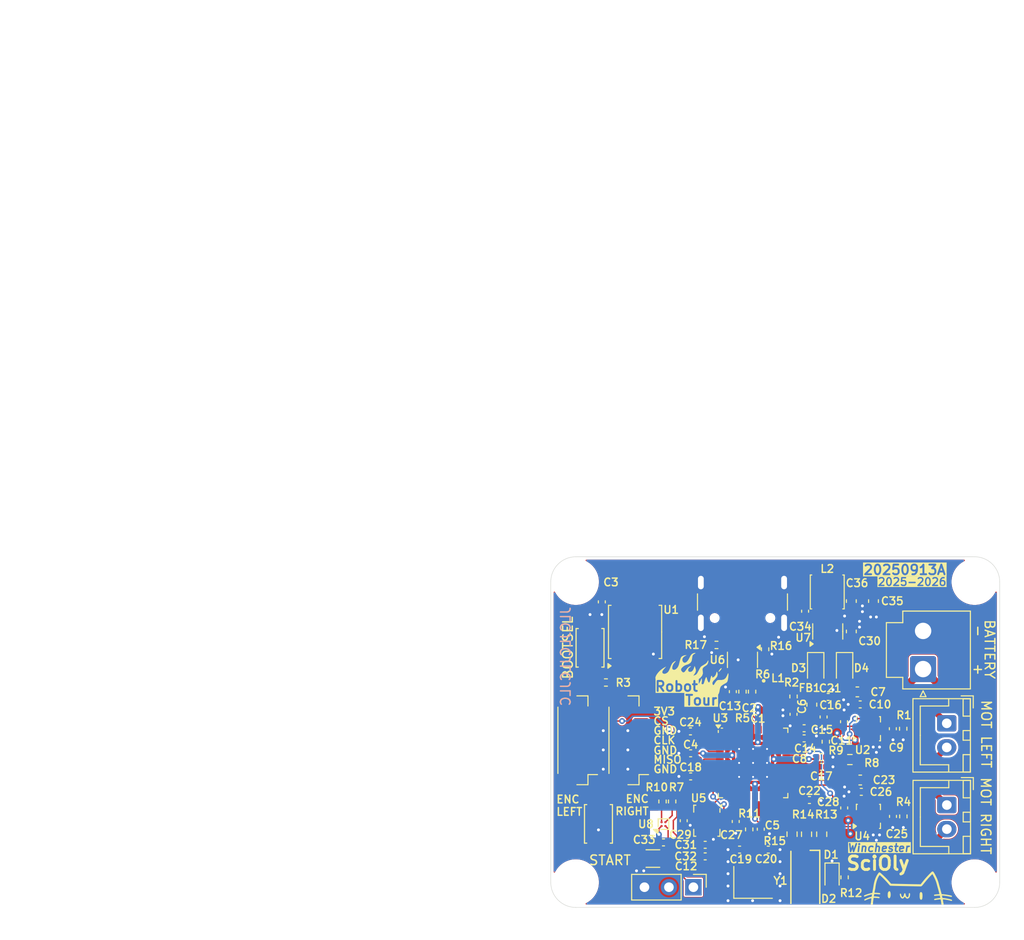
<source format=kicad_pcb>
(kicad_pcb (version 20241229) (generator "pcbnew") (generator_version "9.0")
  (title_block (date "2025-09-13") (rev "20250913A"))
  (layers (0 "F.Cu" signal) (2 "B.Cu" power) (13 "F.Paste" user) (15 "B.Paste" user) (5 "F.SilkS" user "F.Silkscreen") (7 "B.SilkS" user "B.Silkscreen") (1 "F.Mask" user) (3 "B.Mask" user) (25 "Edge.Cuts" user))
  (net 0 "")
  (net 1 "GND")
  (net 2 "+3V3")
  (net 3 "+1V1")
  (net 4 "Net-(U3-VREG_AVDD)")
  (net 5 "/MCU_XIN")
  (net 6 "/L_MOT_VISEN")
  (net 7 "Net-(U2-VCC)")
  (net 8 "/R_MOT_VISEN")
  (net 9 "+BATT")
  (net 10 "/BUCK_VIN")
  (net 11 "Net-(U3-ADC_AVDD)")
  (net 12 "Net-(C20-Pad2)")
  (net 13 "VBUS")
  (net 14 "/L_MOT_OUT1")
  (net 15 "/L_MOT_OUT2")
  (net 16 "/R_MOT_OUT2")
  (net 17 "/R_MOT_OUT1")
  (net 19 "/ENCODER_MISO")
  (net 20 "/ENCODER_CLK")
  (net 22 "/L_ENCODER_CS")
  (net 23 "Net-(U4-VCC)")
  (net 24 "Net-(D1-A)")
  (net 25 "/R_ENCODER_CS")
  (net 26 "Net-(D2-RK)")
  (net 27 "Net-(D2-BK)")
  (net 28 "Net-(D2-GK)")
  (net 32 "Net-(J7-D+-PadA6)")
  (net 33 "Net-(J7-CC2)")
  (net 34 "/USB_D+")
  (net 35 "Net-(J7-D--PadA7)")
  (net 36 "/USB_D-")
  (net 37 "Net-(J7-CC1)")
  (net 38 "/QSPI_SS")
  (net 39 "/~{USB_BOOT}")
  (net 40 "/MCU_XOUT")
  (net 42 "/STATUS_RED")
  (net 43 "/STATUS_GREEN")
  (net 44 "/STATUS_BLUE")
  (net 45 "/START_BUTTON")
  (net 46 "/QSPI_SCLK")
  (net 47 "/L_MOT_IN2")
  (net 48 "/R_MOT_IN1")
  (net 49 "/R_MOT_IN2")
  (net 50 "/QSPI_SD0")
  (net 51 "Net-(U7-SW)")
  (net 52 "/QSPI_SD2")
  (net 53 "Net-(U7-BST)")
  (net 54 "/L_MOT_IN1")
  (net 55 "Net-(U2-ISET)")
  (net 56 "/QSPI_SD1")
  (net 57 "/QSPI_SD3")
  (net 58 "/GYRO_INT")
  (net 59 "Net-(U4-ISET)")
  (net 60 "Net-(U3-USB_DP)")
  (net 61 "Net-(U3-USB_DM)")
  (net 62 "/MAGN_SCL")
  (net 63 "/BATT_SENSE")
  (net 64 "/VREG_LX")
  (net 65 "/MAGN_SDA")
  (net 73 "/GYRO_CLK")
  (net 77 "/GYRO_MOSI")
  (net 79 "/GYRO_MISO")
  (net 82 "/GYRO_CS")
  (net 83 "/SERVO")
  (footprint "Capacitor_SMD:C_0402_1005Metric" (layer "F.Cu") (at 196.525 121.55 -90)
    (property "Reference" "C25")
    (property "Value" "100n")
  )
  (footprint "Capacitor_SMD:C_0402_1005Metric" (layer "F.Cu") (at 182.8 122.88 -90)
    (property "Reference" "C5")
    (property "Value" "4u7")
  )
  (footprint "Capacitor_SMD:C_0402_1005Metric" (layer "F.Cu") (at 166.3 99.28 -90)
    (property "Reference" "C3")
    (property "Value" "100n")
  )
  (footprint "Package_DFN_QFN:QFN-60-1EP_7x7mm_P0.4mm_EP3.4x3.4mm_ThermalVias" (layer "F.Cu") (at 182 116)
    (property "Reference" "U3")
    (property "Value" "RP2350_60QFN")
  )
  (footprint "Capacitor_SMD:C_0402_1005Metric" (layer "F.Cu") (at 191.44 111.72 90)
    (property "Reference" "C11")
    (property "Value" "100p")
  )
  (footprint "Resistor_SMD:R_0402_1005Metric" (layer "F.Cu") (at 173.6 120 -90)
    (property "Reference" "R7")
    (property "Value" "4.7k")
  )
  (footprint "Capacitor_SMD:C_0402_1005Metric" (layer "F.Cu") (at 180.6 125)
    (property "Reference" "C19")
    (property "Value" "15p")
  )
  (footprint "MountingHole:MountingHole_2.2mm_M2" (layer "F.Cu") (at 163.6 128.4 180)
    (property "Reference" "H3")
    (property "Value" "MountingHole")
  )
  (footprint "MountingHole:MountingHole_2.2mm_M2" (layer "F.Cu") (at 205 97.2 180)
    (property "Reference" "H1")
    (property "Value" "MountingHole")
  )
  (footprint "Capacitor_SMD:C_0402_1005Metric" (layer "F.Cu") (at 187.3 112.4)
    (property "Reference" "C15")
    (property "Value" "100n")
  )
  (footprint "SMALL_C_0402_1005:C_0402_1005Metric_small_pads" (layer "F.Cu") (at 184.05 111.4)
    (property "Reference" "C1")
    (property "Value" "4u7")
  )
  (footprint "Resistor_SMD:R_0402_1005Metric" (layer "F.Cu") (at 197.585 112.45 90)
    (property "Reference" "R1")
    (property "Value" "2k")
  )
  (footprint "LED_SMD:LED_0603_1608Metric" (layer "F.Cu") (at 190.2 127.875 -90)
    (property "Reference" "D1")
    (property "Value" "RED")
  )
  (footprint "Resistor_SMD:R_0402_1005Metric" (layer "F.Cu") (at 186.2 109.1 -90)
    (property "Reference" "R2")
    (property "Value" "33")
  )
  (footprint "Capacitor_SMD:C_0402_1005Metric" (layer "F.Cu") (at 175.52 115 180)
    (property "Reference" "C4")
    (property "Value" "100n")
  )
  (footprint "Resistor_SMD:R_0603_1608Metric" (layer "F.Cu") (at 192.05 115.65 180)
    (property "Reference" "R8")
    (property "Value" "20k")
  )
  (footprint "Package_TO_SOT_SMD:TSOT-23-6" (layer "F.Cu") (at 189.75 102.35 90)
    (property "Reference" "U7")
    (property "Value" "AP63203WU")
  )
  (footprint "Inductor_SMD:L_Changjiang_FNR3012S" (layer "F.Cu") (at 189.7 98.25 90)
    (property "Reference" "L2")
    (property "Value" "3u9")
  )
  (footprint "Capacitor_SMD:C_0402_1005Metric" (layer "F.Cu") (at 193.12 109.925 180)
    (property "Reference" "C10")
    (property "Value" "1u")
  )
  (footprint "SMALL_C_0402_1005:C_0402_1005Metric_small_pads" (layer "F.Cu") (at 184.05 110.45)
    (property "Reference" "C2")
    (property "Value" "4u7")
  )
  (footprint "Capacitor_SMD:C_0402_1005Metric" (layer "F.Cu") (at 189.08 115.4)
    (property "Reference" "C8")
    (property "Value" "100n")
  )
  (footprint "Capacitor_SMD:C_0402_1005Metric" (layer "F.Cu") (at 196.51 112.45 -90)
    (property "Reference" "C9")
    (property "Value" "100n")
  )
  (footprint "Diode_SMD:D_SOD-323" (layer "F.Cu") (at 191.5 106.15 -90)
    (property "Reference" "D4")
    (property "Value" "40")
  )
  (footprint "AOTA-B201610S3R3-101-T:AOTA-B201610S3R3-101-T" (layer "F.Cu") (at 184 108.85)
    (property "Reference" "L1")
    (property "Value" "3u3" (hide yes))
  )
  (footprint "Capacitor_SMD:C_0402_1005Metric" (layer "F.Cu") (at 189.08 116.4)
    (property "Reference" "C17")
    (property "Value" "100n")
  )
  (footprint "Resistor_SMD:R_0603_1608Metric" (layer "F.Cu") (at 187.55 123.4 90)
    (property "Reference" "R14")
    (property "Value" "75")
  )
  (footprint "Capacitor_SMD:C_0603_1608Metric" (layer "F.Cu") (at 194.5 99.2 -90)
    (property "Reference" "C35")
    (property "Value" "22u")
  )
  (footprint "QMC6309:QMC6309" (layer "F.Cu") (at 172.7 122.35 90)
    (property "Reference" "U8")
    (property "Value" "QMC6309")
  )
  (footprint "Resistor_SMD:R_0603_1608Metric" (layer "F.Cu") (at 189.125 123.4 90)
    (property "Reference" "R13")
    (property "Value" "150")
  )
  (footprint "Capacitor_SMD:C_0402_1005Metric" (layer "F.Cu") (at 193.235 119 180)
    (property "Reference" "C26")
    (property "Value" "1u")
  )
  (footprint "Resistor_SMD:R_0402_1005Metric" (layer "F.Cu") (at 178.2 103.75 180)
    (property "Reference" "R17")
    (property "Value" "5k1")
  )
  (footprint "MP6550:MP6550" (layer "F.Cu") (at 193.975 121.55 90)
    (property "Reference" "U4")
    (property "Value" "MP6550")
  )
  (footprint "Capacitor_SMD:C_0402_1005Metric" (layer "F.Cu") (at 189.32 111.23 -90)
    (property "Reference" "C16")
    (property "Value" "1u")
  )
  (footprint "Capacitor_SMD:C_0402_1005Metric" (layer "F.Cu") (at 189.8 109.15)
    (property "Reference" "C21")
    (property "Value" "1u")
  )
  (footprint "Connector_JST:JST_SH_BM07B-SRSS-TB_1x07-1MP_P1.00mm_Vertical" (layer "F.Cu") (at 163.75 113.65 90)
    (property "Reference" "J1")
    (property "Value" "L_ENCODER")
  )
  (footprint "Connector_JST:JST_VH_B2P-VH_1x02_P3.96mm_Vertical" (layer "F.Cu") (at 199.65 106.2575 90)
    (property "Reference" "J5")
    (property "Value" "BATTERY")
  )
  (footprint "Capacitor_SMD:C_0402_1005Metric" (layer "F.Cu") (at 177.03 124.5)
    (property "Reference" "C31")
    (property "Value" "100n")
  )
  (footprint "Capacitor_SMD:C_1206_3216Metric" (layer "F.Cu") (at 171.6 125.925 180)
    (property "Reference" "C12")
    (property "Value" "100u")
  )
  (footprint "Capacitor_SMD:C_0402_1005Metric" (layer "F.Cu") (at 187.4 100.25 -90)
    (property "Reference" "C34")
    (property "Value" "100n")
  )
  (footprint "Resistor_SMD:R_0402_1005Metric" (layer "F.Cu") (at 197.6 121.55 90)
    (property "Reference" "R4")
    (property "Value" "2k")
  )
  (footprint "LOGO" (layer "F.Cu") (at 198.1 128.95)
    (property "Reference" "G***")
    (property "Value" "LOGO" (hide yes))
  )
  (footprint "Connector_USB:USB_C_Receptacle_GCT_USB4105-xx-A_16P_TopMnt_Horizontal" (layer "F.Cu") (at 180.9 98.35 180)
    (property "Reference" "J7")
    (property "Value" "USB_C_Receptacle_USB2.0_16P")
  )
  (footprint "Package_SO:SOIC-8_5.3x5.3mm_P1.27mm" (layer "F.Cu") (at 169.75 102.4 90)
    (property "Reference" "U1")
    (property "Value" "W25Q128JVS")
  )
  (footprint "Resistor_SMD:R_0402_1005Metric" (layer "F.Cu") (at 189.55 113.8 90)
    (property "Reference" "R9")
    (property "Value" "5k1")
  )
  (footprint "Resistor_SMD:R_0402_1005Metric" (layer "F.Cu") (at 166.725 107.65)
    (property "Reference" "R3")
    (property "Value" "1k")
  )
  (footprint "Resistor_SMD:R_0402_1005Metric" (layer "F.Cu") (at 183.25 104.2 -90)
    (property "Reference" "R16")
    (property "Value" "5k1")
  )
  (footprint "Capacitor_SMD:C_0402_1005Metric" (layer "F.Cu") (at 175.52 117.4 180)
    (property "Reference" "C18")
    (property "Value" "100n")
  )
  (footprint "MP6550:MP6550" (layer "F.Cu") (at 193.975 112.45 90)
    (property "Reference" "U2")
    (property "Value" "MP6550")
  )
  (footprint "LED_SMD:LED_RGB_1210" (layer "F.Cu") (at 187.425 127.875 -90)
    (property "Reference" "D2")
    (property "Value" "LED_RGBA")
  )
  (footprint "Resistor_SMD:R_0603_1608Metric" (layer "F.Cu") (at 186.045 123.395 90)
    (property "Reference" "R15")
    (property "Value" "75")
  )
  (footprint "Connector_JST:JST_XH_B2B-XH-A_1x02_P2.50mm_Vertical" (layer "F.Cu") (at 202.105 111.89 -90)
    (property "Reference" "J2")
    (property "Value" "L_MOT")
  )
  (footprint "Package_TO_SOT_SMD:SOT-23-6" (layer "F.Cu") (at 180.9 105.3 -90)
    (property "Reference" "U6")
    (property "Value" "USBLC6-2SC6")
  )
  (footprint "Capacitor_SMD:C_0603_1608Metric" (layer "F.Cu") (at 192.2 99.2 -90)
    (property "Reference" "C36")
    (property "Value" "22u")
  )
  (footprint "Resistor_SMD:R_0402_1005Metric" (layer "F.Cu") (at 181.9 108.6 90)
    (property "Reference" "R6")
    (property "Value" "33")
  )
  (footprint "LOGO" (layer "F.Cu") (at 175.736188 107.405918)
    (property "Reference" "G***")
    (property "Value" "LOGO" (hide yes))
  )
  (footprint "Inductor_SMD:L_0603_1608Metric" (layer "F.Cu") (at 188.1 109.95 90)
    (property "Reference" "FB1")
    (property "Value" "120")
  )
  (footprint "TS-1088-AR02016:SW_TS-1088-AR02016" (layer "F.Cu") (at 165.075 104.05 -90)
    (property "Reference" "SW1")
    (property "Value" "SW_Push")
  )
  (footprint "Capacitor_SMD:C_0402_1005Metric" (layer "F.Cu") (at 175.5 112.725 180)
    (property "Reference" "C24")
    (property "Value" "100n")
  )
  (footprint "Diode_SMD:D_SOD-323" (layer "F.Cu") (at 188.5 106.15 -90)
    (property "Reference" "D3")
    (property "Value" "40")
  )
  (footprint "Capacitor_SMD:C_0402_1005Metric" (layer "F.Cu") (at 186.2 110.95 -90)
    (property "Reference" "C6")
    (property "Value" "4u7")
  )
  (footprint "Resistor_SMD:R_0402_1005Metric" (layer "F.Cu") (at 180.9 108.6 90)
    (property "Reference" "R5")
    (property "Value" "33")
  )
  (footprint "Capacitor_SMD:C_0402_1005Metric" (layer "F.Cu") (at 174.8 122 -90)
    (property "Reference" "C29")
    (property "Value" "10n")
  )
  (footprint "Capacitor_SMD:C_0603_1608Metric" (layer "F.Cu") (at 192.825 108.625 180)
    (property "Reference" "C7")
    (property "Value" "10u")
  )
  (footprint "Capacitor_SMD:C_0603_1608Metric" (layer "F.Cu") (at 193.125 117.775 180)
    (property "Reference" "C23")
    (property "Value" "10u")
  )
  (footprint "MountingHole:MountingHole_2.2mm_M2" (layer "F.Cu") (at 163.6 97.2 180)
    (property "Reference" "H4")
    (property "Value" "MountingHole")
  )
  (footprint "Connector_JST:JST_XH_B2B-XH-A_1x02_P2.50mm_Vertical" (layer "F.Cu") (at 202.115 120.37 -90)
    (property "Reference" "J6")
    (property "Value" "R_MOT")
  )
  (footprint "Connector_PinHeader_2.54mm:PinHeader_1x03_P2.54mm_Vertical" (layer "F.Cu") (at 175.805 128.9 -90)
    (property "Reference" "J4")
    (property "Value" "SERVO")
  )
  (footprint "Capacitor_SMD:C_0402_1005Metric" (layer "F.Cu") (at 191.46 120.67 90)
    (property "Reference" "C28")
    (property "Value" "100p")
  )
  (footprint "Resistor_SMD:R_0402_1005Metric" (layer "F.Cu") (at 191.5 127.875 -90)
    (property "Reference" "R12")
    (property "Value" "1k")
  )
  (footprint "Capacitor_SMD:C_0603_1608Metric" (layer "F.Cu") (at 192.2 102.35 90)
    (property "Reference" "C30")
    (property "Value" "10u")
  )
  (footprint "Capacitor_SMD:C_0402_1005Metric" (layer "F.Cu") (at 180.2 122.08 -90)
    (property "Reference" "C27")
    (property "Value" "100n")
  )
  (footprint "ICM42688P:ICM42688P" (layer "F.Cu") (at 177.2 122 -90)
    (property "Reference" "U5")
    (property "Value" "ICM-42688-P")
  )
  (footprint "Crystal:Crystal_SMD_3225-4Pin_3.2x2.5mm" (layer "F.Cu") (at 182 128.4)
    (property "Reference" "Y1")
    (property "Value" "ABM8-272-T3")
  )
  (footprint "Resistor_SMD:R_0402_1005Metric" (layer "F.Cu") (at 172.6 120 -90)
    (property "Reference" "R10")
    (property "Value" "4.7k")
  )
  (footprint "Resistor_SMD:R_0402_1005Metric" (layer "F.Cu") (at 181.6 122.9 90)
    (property "Reference" "R11")
    (property "Value" "1k")
  )
  (footprint "Capacitor_SMD:C_0402_1005Metric" (layer "F.Cu") (at 183.58 125 180)
    (property "Reference" "C20")
    (property "Value" "15p")
  )
  (footprint "Capacitor_SMD:C_0402_1005Metric" (layer "F.Cu") (at 179.9 108.6 90)
    (property "Reference" "C13")
    (property "Value" "100n")
  )
  (footprint "MountingHole:MountingHole_2.2mm_M2" (layer "F.Cu") (at 205 128.4 180)
    (property "Reference" "H2")
    (property "Value" "MountingHole")
  )
  (footprint "TS-1088-AR02016:SW_TS-1088-AR02016" (layer "F.Cu") (at 165.95 122.325 -90)
    (property "Reference" "SW2")
    (property "Value" "SW_Push")
  )
  (footprint "Connector_JST:JST_SH_BM07B-SRSS-TB_1x07-1MP_P1.00mm_Vertical" (layer "F.Cu") (at 169.05 113.65 90)
    (property "Reference" "J3")
    (property "Value" "R_ENCODER")
  )
  (footprint "Capacitor_SMD:C_0402_1005Metric" (layer "F.Cu") (at 177.03 125.7)
    (property "Reference" "C32")
    (property "Value" "2u2")
  )
  (footprint "Capacitor_SMD:C_0402_1005Metric" (layer "F.Cu") (at 187.3 113.45)
    (property "Reference" "C14")
    (property "Value" "10n")
  )
  (footprint "Capacitor_SMD:C_0402_1005Metric" (layer "F.Cu") (at 172.7 124.25 180)
    (property "Reference" "C33")
    (property "Value" "2u2")
  )
  (footprint "Capacitor_SMD:C_0402_1005Metric" (layer "F.Cu") (at 187.85 119.85)
    (property "Reference" "C22")
    (property "Value" "100n")
  )
  (gr_rect (start 193.42 95.19) (end 202.09 95.23) (fill yes) (layer "F.SilkS"))
  (gr_rect (start 202.05 95.19) (end 202.09 97.74) (fill yes) (layer "F.SilkS"))
  (gr_rect (start 193.42 96.59) (end 194.92 96.63) (fill yes) (layer "F.SilkS"))
  (gr_rect (start 193.42 95.19) (end 193.46 96.63) (fill yes) (layer "F.SilkS"))
  (gr_rect (start 194.91 97.7) (end 202.09 97.74) (fill yes) (layer "F.SilkS"))
  (gr_rect (start 194.91 96.62) (end 194.95 97.74) (fill yes) (layer "F.SilkS"))
  (gr_line (start 161 128.4) (end 161 97.2) (stroke (width 0.05)) (layer "Edge.Cuts"))
  (gr_arc (start 163.6 131) (mid 161.761522 130.238478) (end 161 128.4) (stroke (width 0.05)) (layer "Edge.Cuts"))
  (gr_arc (start 161 97.2) (mid 161.761522 95.361522) (end 163.6 94.6) (stroke (width 0.05)) (layer "Edge.Cuts"))
  (gr_arc (start 205 94.6) (mid 206.838478 95.361522) (end 207.6 97.2) (stroke (width 0.05)) (layer "Edge.Cuts"))
  (gr_line (start 205 131) (end 163.6 131) (stroke (width 0.05)) (layer "Edge.Cuts"))
  (gr_line (start 207.6 97.2) (end 207.6 128.4) (stroke (width 0.05)) (layer "Edge.Cuts"))
  (gr_line (start 163.6 94.6) (end 205 94.6) (stroke (width 0.05)) (layer "Edge.Cuts"))
  (gr_arc (start 207.6 128.4) (mid 206.838478 130.238478) (end 205 131) (stroke (width 0.05)) (layer "Edge.Cuts"))
  (gr_text "3V3" (at 171.575 110.65 0) (layer "F.SilkS") (effects (font (size 0.8 0.8) (thickness 0.15) (bold yes)) (justify left)))
  (gr_text "GND" (at 171.575 116.65 0) (layer "F.SilkS") (effects (font (size 0.8 0.8) (thickness 0.15) (bold yes)) (justify left)))
  (gr_text "MISO" (at 171.575 115.65 0) (layer "F.SilkS") (effects (font (size 0.8 0.8) (thickness 0.15) (bold yes)) (justify left)))
  (gr_text "-" (at 205.4 102.3 270) (layer "F.SilkS") (effects (font (size 1 1))))
  (gr_text "SciOly" (at 194.975 126.425 0) (layer "F.SilkS") (effects (font (size 1.4 1.4) (thickness 0.3) (bold yes))))
  (gr_text "CLK" (at 171.575 113.65 0) (layer "F.SilkS") (effects (font (size 0.8 0.8) (thickness 0.15) (bold yes)) (justify left)))
  (gr_text "+" (at 205.4 106.3 270) (layer "F.SilkS") (effects (font (size 1 1))))
  (gr_text "Winchester" (at 195.025 124.825 0) (layer "F.SilkS" knockout) (effects (font (size 0.8 0.8) (thickness 0.16) (bold yes) (italic yes))))
  (gr_text "ENC\nLEFT" (at 161.5 120.425 0) (layer "F.SilkS") (effects (font (size 0.8 0.8)) (justify left)))
  (gr_text "BATTERY" (at 206.55 104.2 270) (layer "F.SilkS") (effects (font (size 1 1))))
  (gr_text "ENC\nRIGHT" (at 171.25 120.375 0) (layer "F.SilkS") (effects (font (size 0.8 0.8)) (justify right)))
  (gr_text "20250913A" (at 202.1 95.96 0) (layer "F.SilkS" knockout) (effects (font (size 1 1) (thickness 0.2) (bold yes)) (justify right)))
  (gr_text "MOT LEFT" (at 206.2 113 270) (layer "F.SilkS") (effects (font (size 1 1))))
  (gr_text "CS" (at 171.575 111.65 0) (layer "F.SilkS") (effects (font (size 0.8 0.8) (thickness 0.15) (bold yes)) (justify left)))
  (gr_text "START" (at 167.15 126.1 0) (layer "F.SilkS") (effects (font (size 1 1))))
  (gr_text "BOOTSEL" (at 162.775 104.05 90) (layer "F.SilkS") (effects (font (size 1 1))))
  (gr_text "2025-2026" (at 202.15 97.21 0) (layer "F.SilkS" knockout) (effects (font (size 0.8 0.8) (thickness 0.15) (bold yes)) (justify right)))
  (gr_text "MOT RIGHT" (at 206.15 121.5 270) (layer "F.SilkS") (effects (font (size 1 1))))
  (gr_text "GND" (at 171.575 114.7 0) (layer "F.SilkS") (effects (font (size 0.8 0.8) (thickness 0.15) (bold yes)) (justify left)))
  (gr_text "GND" (at 171.575 112.65 0) (layer "F.SilkS") (effects (font (size 0.8 0.8) (thickness 0.15) (bold yes)) (justify left)))
  (gr_text "JLCJLCJLCJLC" (at 162.55 104.95 -270) (layer "B.SilkS") (effects (font (size 1 1)) (justify mirror)))
  (segment (start 165.075 101.975) (end 165.075 100.6) (width 0.15) (layer "F.Cu") (net 1))
  (segment (start 183.94 104.71) (end 183.95 104.7) (width 0.3) (layer "F.Cu") (net 1))
  (segment (start 177.9375 123.873297) (end 177.879077 123.93172) (width 0.15) (layer "F.Cu") (net 1))
  (segment (start 186.2 111.8) (end 185.85 112.15) (width 0.4) (layer "F.Cu") (net 1))
  (segment (start 180.9 104.85) (end 180.45 105.3) (width 0.3) (layer "F.Cu") (net 1))
  (segment (start 177.69 104.54) (end 177.7 104.55) (width 0.3) (layer "F.Cu") (net 1))
  (segment (start 180.2 122.56) (end 180.2 123.3) (width 0.15) (layer "F.Cu") (net 1))
  (segment (start 175.04 115) (end 174.3 115) (width 0.2) (layer "F.Cu") (net 1))
  (segment (start 190.29 116.4) (end 189.56 116.4) (width 0.15) (layer "F.Cu") (net 1))
  (segment (start 184.8 125) (end 184.08 125) (width 0.15) (layer "F.Cu") (net 1))
  (segment (start 165.075 114.65) (end 166.45 114.65) (width 0.15) (layer "F.Cu") (net 1))
  (segment (start 190.29 115.4) (end 189.55 115.4) (width 0.15) (layer "F.Cu") (net 1))
  (segment (start 183.1 104.71) (end 183.94 104.71) (width 0.3) (layer "F.Cu") (net 1))
  (segment (start 166.3 99.76) (end 166.3 100.6) (width 0.15) (layer "F.Cu") (net 1))
  (segment (start 177.7 102.03) (end 177.7 102.15) (width 0.3) (layer "F.Cu") (net 1))
  (segment (start 170.375 114.65) (end 169 114.65) (width 0.15) (layer "F.Cu") (net 1))
  (segment (start 188.33 119.85) (end 189 119.85) (width 0.15) (layer "F.Cu") (net 1))
  (segment (start 186.2 111.43) (end 186.2 111.8) (width 0.4) (layer "F.Cu") (net 1))
  (segment (start 180.12 125) (end 179.4 125) (width 0.2) (layer "F.Cu") (net 1))
  (segment (start 189 119.85) (end 189.05 119.9) (width 0.15) (layer "F.Cu") (net 1))
  (segment (start 165.075 116.65) (end 166.45 116.65) (width 0.15) (layer "F.Cu") (net 1))
  (segment (start 179.9 108.12) (end 179.14 108.12) (width 0.15) (layer "F.Cu") (net 1))
  (segment (start 171.655 105.9875) (end 171.655 104.705) (width 0.15) (layer "F.Cu") (net 1))
  (segment (start 184.1 102.4) (end 184.65 102.95) (width 0.3) (layer "F.Cu") (net 1))
  (segment (start 184.1 102.03) (end 184.1 102.4) (width 0.3) (layer "F.Cu") (net 1))
  (segment (start 180.9 104.85) (end 180.9 104.1625) (width 0.3) (layer "F.Cu") (net 1))
  (segment (start 177.9375 123.2) (end 177.9375 123.873297) (width 0.15) (layer "F.Cu") (net 1))
  (segment (start 175.03 117.4) (end 174.3 117.4) (width 0.2) (layer "F.Cu") (net 1))
  (segment (start 177.879077 124.130923) (end 177.51 124.5) (width 0.15) (layer "F.Cu") (net 1))
  (segment (start 182.8 123.36) (end 183.69 123.36) (width 0.3) (layer "F.Cu") (net 1))
  (segment (start 165.95 124.4) (end 165.95 122.95) (width 0.4) (layer "F.Cu") (net 1))
  (segment (start 165.075 112.65) (end 166.45 112.65) (width 0.15) (layer "F.Cu") (net 1))
  (segment (start 190.28 109.15) (end 190.28 108.42) (width 0.3) (layer "F.Cu") (net 1))
  (segment (start 170.375 112.65) (end 169 112.65) (width 0.15) (layer "F.Cu") (net 1))
  (segment (start 170.375 116.65) (end 169 116.65) (width 0.15) (layer "F.Cu") (net 1))
  (segment (start 183.69 123.36) (end 183.7 123.35) (width 0.3) (layer "F.Cu") (net 1))
  (segment (start 190.28 108.42) (end 190.3 108.4) (width 0.3) (layer "F.Cu") (net 1))
  (segment (start 190.2 127.0875) (end 190.2 126.175) (width 0.3) (layer "F.Cu") (net 1))
  (segment (start 177.7 102.15) (end 176.95 102.9) (width 0.3) (layer "F.Cu") (net 1))
  (segment (start 177.51 124.5) (end 177.51 125.7) (width 0.4) (layer "F.Cu") (net 1))
  (segment (start 177.879077 123.93172) (end 177.879077 124.130923) (width 0.15) (layer "F.Cu") (net 1))
  (segment (start 172.22 123.42) (end 172.22 122.83) (width 0.15) (layer "F.Cu") (net 1))
  (segment (start 175.04 112.725) (end 174.3 112.725) (width 0.2) (layer "F.Cu") (net 1))
  (segment (start 172.22 124.25) (end 172.22 123.42) (width 0.15) (layer "F.Cu") (net 1))
  (segment (start 171.655 104.705) (end 171.65 104.7) (width 0.15) (layer "F.Cu") (net 1))
  (segment (start 172.22 122.83) (end 172.5 122.55) (width 0.15) (layer "F.Cu") (net 1))
  (segment (start 177.69 103.75) (end 177.69 104.54) (width 0.3) (layer "F.Cu") (net 1))
  (via (at 191.5 100.75) (size 0.6) (drill 0.3) (layers "F.Cu" "B.Cu") (net 1))
  (via (at 195.125 114.35) (size 0.6) (drill 0.3) (layers "F.Cu" "B.Cu") (net 1))
  (via (at 194.475 123.475) (size 0.6) (drill 0.3) (layers "F.Cu" "B.Cu") (net 1))
  (via (at 171.65 104.7) (size 0.6) (drill 0.3) (layers "F.Cu" "B.Cu") (net 1))
  (via (at 196.5 122.7) (size 0.6) (drill 0.3) (layers "F.Cu" "B.Cu") (net 1))
  (via (at 184.8 125) (size 0.6) (drill 0.3) (layers "F.Cu" "B.Cu") (net 1))
  (via (at 185.85 112.15) (size 0.6) (drill 0.3) (layers "F.Cu" "B.Cu") (net 1))
  (via (at 184.8 127.5) (size 0.6) (drill 0.3) (layers "F.Cu" "B.Cu") (net 1))
  (via (at 177.7 104.55) (size 0.6) (drill 0.3) (layers "F.Cu" "B.Cu") (net 1))
  (via (at 185.1 110.5) (size 0.6) (drill 0.3) (layers "F.Cu" "B.Cu") (net 1))
  (via (at 185.1 111.1) (size 0.6) (drill 0.3) (layers "F.Cu" "B.Cu") (net 1))
  (via (at 191.45 119.45) (size 0.6) (drill 0.3) (layers "F.Cu" "B.Cu") (net 1))
  (via (at 183.7 123.35) (size 0.6) (drill 0.3) (layers "F.Cu" "B.Cu") (net 1))
  (via (at 179.4 125) (size 0.6) (drill 0.3) (layers "F.Cu" "B.Cu") (net 1))
  (via (at 190.29 115.4) (size 0.6) (drill 0.3) (layers "F.Cu" "B.Cu") (net 1))
  (via (at 184.8 130.3) (size 0.6) (drill 0.3) (layers "F.Cu" "B.Cu") (net 1))
  (via (at 179.14 108.12) (size 0.6) (drill 0.3) (layers "F.Cu" "B.Cu") (net 1))
  (via (at 193.05 101.3) (size 0.6) (drill 0.3) (layers "F.Cu" "B.Cu") (net 1))
  (via (at 183.95 104.7) (size 0.6) (drill 0.3) (layers "F.Cu" "B.Cu") (net 1))
  (via (at 194.8 124.025) (size 0.6) (drill 0.3) (layers "F.Cu" "B.Cu") (net 1))
  (via (at 174.3 112.725) (size 0.6) (drill 0.3) (layers "F.Cu" "B.Cu") (net 1))
  (via (at 193.35 99.7) (size 0.6) (drill 0.3) (layers "F.Cu" "B.Cu") (net 1))
  (via (at 166.45 116.65) (size 0.6) (drill 0.3) (layers "F.Cu" "B.Cu") (net 1))
  (via (at 194.8 114.9) (size 0.6) (drill 0.3) (layers "F.Cu" "B.Cu") (net 1))
  (via (at 180.45 105.3) (size 0.6) (drill 0.3) (layers "F.Cu" "B.Cu") (net 1))
  (via (at 194.475 114.35) (size 0.6) (drill 0.3) (layers "F.Cu" "B.Cu") (net 1))
  (via (at 179.4 126.25) (size 0.6) (drill 0.3) (layers "F.Cu" "B.Cu") (net 1))
  (via (at 179.4 128.775) (size 0.6) (drill 0.3) (layers "F.Cu" "B.Cu") (net 1))
  (via (at 189.05 119.9) (size 0.6) (drill 0.3) (layers "F.Cu" "B.Cu") (net 1))
  (via (at 193.05 101.9) (size 0.6) (drill 0.3) (layers "F.Cu" "B.Cu") (net 1))
  (via (at 179.4 127.5) (size 0.6) (drill 0.3) (layers "F.Cu" "B.Cu") (net 1))
  (via (at 190.2 126.175) (size 0.6) (drill 0.3) (layers "F.Cu" "B.Cu") (net 1))
  (via (at 191.4 109.45) (size 0.6) (drill 0.3) (layers "F.Cu" "B.Cu") (net 1))
  (via (at 194.2 100.85) (size 0.6) (drill 0.3) (layers "F.Cu" "B.Cu") (net 1))
  (via (at 189.425 112.5) (size 0.6) (drill 0.3) (layers "F.Cu" "B.Cu") (net 1))
  (via (at 169 112.65) (size 0.6) (drill 0.3) (layers "F.Cu" "B.Cu") (net 1))
  (via (at 169.9 127.2) (size 0.6) (drill 0.3) (layers "F.Cu" "B.Cu") (net 1))
  (via (at 195.125 123.475) (size 0.6) (drill 0.3) (layers "F.Cu" "B.Cu") (net 1))
  (via (at 190.7 102.25) (size 0.6) (drill 0.3) (layers "F.Cu" "B.Cu") (net 1))
  (via (at 191.45 110.5) (size 0.6) (drill 0.3) (layers "F.Cu" "B.Cu") (net 1))
  (via (at 197.6 122.7) (size 0.6) (drill 0.3) (layers "F.Cu" "B.Cu") (net 1))
  (via (at 191.95 119) (size 0.6) (drill 0.3) (layers "F.Cu" "B.Cu") (net 1))
  (via (at 169 114.65) (size 0.6) (drill 0.3) (layers "F.Cu" "B.Cu") (net 1))
  (via (at 172.22 123.42) (size 0.6) (drill 0.3) (layers "F.Cu" "B.Cu") (net 1))
  (via (at 165.95 122.95) (size 0.6) (drill 0.3) (layers "F.Cu" "B.Cu") (net 1))
  (via (at 175.475 122.475) (size 0.6) (drill 0.3) (layers "F.Cu" "B.Cu") (net 1))
  (via (at 166.3 100.6) (size 0.6) (drill 0.3) (layers "F.Cu" "B.Cu") (net 1))
  (via (at 166.45 114.65) (size 0.6) (drill 0.3) (layers "F.Cu" "B.Cu") (net 1))
  (via (at 177.879077 123.93172) (size 0.6) (drill 0.3) (layers "F.Cu" "B.Cu") (net 1))
  (via (at 184.8 126.25) (size 0.6) (drill 0.3) (layers "F.Cu" "B.Cu") (net 1))
  (via (at 188.575 112.45) (size 0.6) (drill 0.3) (layers "F.Cu" "B.Cu") (net 1))
  (via (at 165.075 100.6) (size 0.6) (drill 0.3) (layers "F.Cu" "B.Cu") (net 1))
  (via (at 197.585 113.6) (size 0.6) (drill 0.3) (layers "F.Cu" "B.Cu") (net 1))
  (via (at 176.95 102.9) (size 0.6) (drill 0.3) (layers "F.Cu" "B.Cu") (net 1))
  (via (at 193.35 100.3) (size 0.6) (drill 0.3) (layers "F.Cu" "B.Cu") (net 1))
  (via (at 194.8 100.85) (size 0.6) (drill 0.3) (layers "F.Cu" "B.Cu") (net 1))
  (via (at 181.95 130.3) (size 0.6) (drill 0.3) (layers "F.Cu" "B.Cu") (net 1))
  (via (at 191.5 118.5) (size 0.6) (drill 0.3) (layers "F.Cu" "B.Cu") (net 1))
  (via (at 169 116.65) (size 0.6) (drill 0.3) (layers "F.Cu" "B.Cu") (net 1))
  (via (at 184.8 128.775) (size 0.6) (drill 0.3) (layers "F.Cu" "B.Cu") (net 1))
  (via (at 170.65 127.2) (size 0.6) (drill 0.3) (layers "F.Cu" "B.Cu") (net 1))
  (via (at 196.525 113.6) (size 0.6) (drill 0.3) (layers "F.Cu" "B.Cu") (net 1))
  (via (at 180.2 123.3) (size 0.6) (drill 0.3) (layers "F.Cu" "B.Cu") (net 1))
  (via (at 184.65 102.95) (size 0.6) (drill 0.3) (layers "F.Cu" "B.Cu") (net 1))
  (via (at 174.3 117.4) (size 0.6) (drill 0.3) (layers "F.Cu" "B.Cu") (net 1))
  (via (at 191.875 109.925) (size 0.6) (drill 0.3) (layers "F.Cu" "B.Cu") (net 1))
  (via (at 190.29 116.4) (size 0.6) (drill 0.3) (layers "F.Cu" "B.Cu") (net 1))
  (via (at 166.45 112.65) (size 0.6) (drill 0.3) (layers "F.Cu" "B.Cu") (net 1))
  (via (at 174.3 115) (size 0.6) (drill 0.3) (layers "F.Cu" "B.Cu") (net 1))
  (via (at 190.3 108.4) (size 0.6) (drill 0.3) (layers "F.Cu" "B.Cu") (net 1))
  (via (at 179.4 130.3) (size 0.6) (drill 0.3) (layers "F.Cu" "B.Cu") (net 1))
  (via (at 188.575 113.2) (size 0.6) (drill 0.3) (layers "F.Cu" "B.Cu") (net 1))
  (segment (start 172.22 123.42) (end 172.22 123.75) (width 0.6) (layer "B.Cu") (net 1))
  (segment (start 190.875 97.1) (end 192.2 98.425) (width 0.6) (layer "F.Cu") (net 2))
  (segment (start 184.8 119.4125) (end 184.8 118.978554) (width 0.2) (layer "F.Cu") (net 2))
  (segment (start 176.25 121.5) (end 174.82 121.5) (width 0.15) (layer "F.Cu") (net 2))
  (segment (start 192.2 98.425) (end 194.5 98.425) (width 0.6) (layer "F.Cu") (net 2))
  (segment (start 182 112.1) (end 181.6 111.7) (width 0.15) (layer "F.Cu") (net 2))
  (segment (start 185.45 116) (end 187.2125 116) (width 0.2) (layer "F.Cu") (net 2))
  (segment (start 181.6 113.3) (end 182 113.3) (width 0.2) (layer "F.Cu") (net 2))
  (segment (start 180.8 120.6) (end 180.2 121.2) (width 0.2) (layer "F.Cu") (net 2))
  (segment (start 189.7 97.1) (end 190.875 97.1) (width 0.6) (layer "F.Cu") (net 2))
  (segment (start 178.55 113.2) (end 179.2 113.2) (width 0.15) (layer "F.Cu") (net 2))
  (segment (start 187.2125 116) (end 187.6125 116.4) (width 0.2) (layer "F.Cu") (net 2))
  (segment (start 179.4 117.2) (end 176.2 117.2) (width 0.2) (layer "F.Cu") (net 2))
  (segment (start 180.8 119.4375) (end 180.8 118.6) (width 0.2) (layer "F.Cu") (net 2))
  (segment (start 180.8 119.4375) (end 180.8 120.6) (width 0.2) (layer "F.Cu") (net 2))
  (segment (start 186.82 112.4) (end 186.02 113.2) (width 0.15) (layer "F.Cu") (net 2))
  (segment (start 192.8 112.7) (end 192.975 112.7) (width 0.15) (layer "F.Cu") (net 2))
  (segment (start 188.1 109.1625) (end 189.3075 109.1625) (width 0.3) (layer "F.Cu") (net 2))
  (segment (start 185.016054 113.2) (end 184.966054 113.25) (width 0.2) (layer "F.Cu") (net 2))
  (segment (start 184.8 118.978554) (end 184.75 118.928554) (width 0.2) (layer "F.Cu") (net 2))
  (segment (start 184.966054 113.25) (end 184.938236 113.25) (width 0.2) (layer "F.Cu") (net 2))
  (segment (start 187.275 104) (end 187.275 105.375) (width 0.15) (layer "F.Cu") (net 2))
  (segment (start 187.6125 116.4) (end 188.6125 116.4) (width 0.2) (layer "F.Cu") (net 2))
  (segment (start 196 103.15) (end 196 99.98) (width 0.15) (layer "F.Cu") (net 2))
  (segment (start 188.8 103.4875) (end 187.7875 103.4875) (width 0.15) (layer "F.Cu") (net 2))
  (segment (start 181.6 112.5625) (end 181.6 113.3) (width 0.2) (layer "F.Cu") (net 2))
  (segment (start 183.2 119.45) (end 183.2 118.6) (width 0.2) (layer "F.Cu") (net 2))
  (segment (start 172.9 122.55) (end 173.18 122.83) (width 0.15) (layer "F.Cu") (net 2))
  (segment (start 181.6 112.5625) (end 181.6 111.7) (width 0.15) (layer "F.Cu") (net 2))
  (segment (start 182 112.5625) (end 182 112.1) (width 0.15) (layer "F.Cu") (net 2))
  (segment (start 185.45 116) (end 184.6125 116) (width 0.2) (layer "F.Cu") (net 2))
  (segment (start 187.725 105.825) (end 193.325 105.825) (width 0.15) (layer "F.Cu") (net 2))
  (segment (start 193.325 105.825) (end 196 103.15) (width 0.15) (layer "F.Cu") (net 2))
  (segment (start 192.05 121.8) (end 191.875 121.975) (width 0.15) (layer "F.Cu") (net 2))
  (segment (start 184.75 118.900736) (end 184.424264 118.575) (width 0.2) (layer "F.Cu") (net 2))
  (segment (start 185.45 113.2) (end 185.016054 113.2) (width 0.2) (layer "F.Cu") (net 2))
  (segment (start 176.2 117.2) (end 176 117.4) (width 0.2) (layer "F.Cu") (net 2))
  (segment (start 192.6 112.9) (end 192.8 112.7) (width 0.15) (layer "F.Cu") (net 2))
  (segment (start 181.6 111.7) (end 179.9 110) (width 0.15) (layer "F.Cu") (net 2))
  (segment (start 196 99.98) (end 194.5 98.48) (width 0.15) (layer "F.Cu") (net 2))
  (segment (start 179.9 110) (end 179.9 109.08) (width 0.15) (layer "F.Cu") (net 2))
  (segment (start 182 113.3) (end 182 112.5625) (width 0.2) (layer "F.Cu") (net 2))
  (segment (start 174.82 121.5) (end 174.8 121.52) (width 0.15) (layer "F.Cu") (net 2))
  (segment (start 173.18 122.83) (end 173.18 124.25) (width 0.15) (layer "F.Cu") (net 2))
  (segment (start 186.02 113.2) (end 185.45 113.2) (width 0.15) (layer "F.Cu") (net 2))
  (segment (start 192.9177 121.8) (end 192.05 121.8) (width 0.15) (layer "F.Cu") (net 2))
  (segment (start 184.75 118.928554) (end 184.75 118.900736) (width 0.2) (layer "F.Cu") (net 2))
  (segment (start 192.6 113.65) (end 192.6 112.9) (width 0.15) (layer "F.Cu") (net 2))
  (segment (start 187.7875 103.4875) (end 187.275 104) (width 0.15) (layer "F.Cu") (net 2))
  (segment (start 187.275 105.375) (end 187.725 105.825) (width 0.15) (layer "F.Cu") (net 2))
  (segment (start 179.2 113.2) (end 179.275 113.275) (width 0.15) (layer "F.Cu") (net 2))
  (segment (start 184.938236 113.25) (end 184.6125 113.575736) (width 0.2) (layer "F.Cu") (net 2))
  (segment (start 194.5 98.48) (end 194.5 98.425) (width 0.15) (layer "F.Cu") (net 2))
  (segment (start 180.2 121.2) (end 180.2 121.6) (width 0.2) (layer "F.Cu") (net 2))
  (segment (start 189.3075 109.1625) (end 189.32 109.15) (width 0.3) (layer "F.Cu") (net 2))
  (via (at 191.875 121.975) (size 0.6) (drill 0.3) (layers "F.Cu" "B.Cu") (net 2))
  (via (at 192.6 113.65) (size 0.6) (drill 0.3) (layers "F.Cu" "B.Cu") (net 2))
  (via (at 190.725 112.9) (size 0.6) (drill 0.3) (layers "F.Cu" "B.Cu") (net 2))
  (via (at 192.1 123.35) (size 0.6) (drill 0.3) (layers "F.Cu" "B.Cu") (net 2))
  (segment (start 191.875 123.125) (end 192.1 123.35) (width 0.15) (layer "B.Cu") (net 2))
  (segment (start 191.475 113.65) (end 190.725 112.9) (width 0.15) (layer "B.Cu") (net 2))
  (segment (start 192.6 113.65) (end 191.475 113.65) (width 0.15) (layer "B.Cu") (net 2))
  (segment (start 191.875 121.975) (end 191.875 123.125) (width 0.15) (layer "B.Cu") (net 2))
  (segment (start 177.0005 115.2) (end 176.8005 115) (width 0.2) (layer "F.Cu") (net 3))
  (segment (start 183.175 111.8625) (end 182.925 111.6125) (width 0.15) (layer "F.Cu") (net 3))
  (segment (start 188.4 115.6) (end 188.6 115.4) (width 0.2) (layer "F.Cu") (net 3))
  (segment (start 182.925 111.6125) (end 182.925 110.8625) (width 0.15) (layer "F.Cu") (net 3))
  (segment (start 183.175 112.525) (end 183.175 111.8625) (width 0.15) (layer "F.Cu") (net 3))
  (segment (start 183.2 112.55) (end 183.175 112.525) (width 0.15) (layer "F.Cu") (net 3))
  (segment (start 182.2005 121.8) (end 182.8005 122.4) (width 0.15) (layer "F.Cu") (net 3))
  (segment (start 187.8005 115.6) (end 185.438 115.6) (width 0.2) (layer "F.Cu") (net 3))
  (segment (start 178.563 115.2) (end 177.0005 115.2) (width 0.2) (layer "F.Cu") (net 3))
  (segment (start 182.0005 119.4375) (end 182.0005 121.1) (width 0.2) (layer "F.Cu") (net 3))
  (segment (start 182.0005 121.1) (end 182.2005 121.3) (width 0.2) (layer "F.Cu") (net 3))
  (segment (start 176.0005 115) (end 176.8005 115) (width 0.2) (layer "F.Cu") (net 3))
  (segment (start 187.8 115.6) (end 188.4 115.6) (width 0.2) (layer "F.Cu") (net 3))
  (segment (start 182.2005 121.3) (end 182.2005 121.8) (width 0.2) (layer "F.Cu") (net 3))
  (via (at 182.2005 121.8) (size 0.6) (drill 0.3) (layers "F.Cu" "B.Cu") (net 3))
  (via (at 179.825 115.2) (size 0.6) (drill 0.3) (layers "F.Cu" "B.Cu") (net 3))
  (via (at 176.8005 115) (size 0.6) (drill 0.3) (layers "F.Cu" "B.Cu") (net 3))
  (via (at 182.2 118.175) (size 0.6) (drill 0.3) (layers "F.Cu" "B.Cu") (net 3))
  (via (at 182.5005 110.2) (size 0.6) (drill 0.3) (layers "F.Cu" "B.Cu") (net 3))
  (via (at 182.48827 113.8505) (size 0.6) (drill 0.3) (layers "F.Cu" "B.Cu") (net 3))
  (via (at 184.15 115.6) (size 0.6) (drill 0.3) (layers "F.Cu" "B.Cu") (net 3))
  (via (at 187.8005 115.6) (size 0.6) (drill 0.3) (layers "F.Cu" "B.Cu") (net 3))
  (via (at 182.5 110.8) (size 0.6) (drill 0.3) (layers "F.Cu" "B.Cu") (net 3))
  (segment (start 187.8005 115.6) (end 184.15 115.6) (width 0.6) (layer "B.Cu") (net 3))
  (segment (start 179.825 115.2) (end 177.0005 115.2) (width 0.6) (layer "B.Cu") (net 3))
  (segment (start 182.2005 118.1755) (end 182.2005 121.8) (width 0.6) (layer "B.Cu") (net 3))
  (segment (start 177.0005 115.2) (end 176.8005 115) (width 0.6) (layer "B.Cu") (net 3))
  (segment (start 182.48827 113.8505) (end 182.5005 113.83827) (width 0.6) (layer "B.Cu") (net 3))
  (segment (start 182.5005 113.83827) (end 182.5005 110.2) (width 0.6) (layer "B.Cu") (net 3))
  (segment (start 182.2 118.175) (end 182.2005 118.1755) (width 0.6) (layer "B.Cu") (net 3))
  (segment (start 184.8 112.3) (end 185.66 111.44) (width 0.15) (layer "F.Cu") (net 4))
  (segment (start 185.66 111.01) (end 186.2 110.47) (width 0.15) (layer "F.Cu") (net 4))
  (segment (start 185.66 111.44) (end 185.66 111.01) (width 0.15) (layer "F.Cu") (net 4))
  (segment (start 184.8 112.5625) (end 184.8 112.4) (width 0.2) (layer "F.Cu") (net 4))
  (segment (start 186.2 109.61) (end 186.2 110.47) (width 0.2) (layer "F.Cu") (net 4))
  (segment (start 184.8 112.4) (end 184.8 112.3) (width 0.15) (layer "F.Cu") (net 4))
  (segment (start 181.9 125.82) (end 181.9 128.3) (width 0.15) (layer "F.Cu") (net 5))
  (segment (start 181.2 119.4375) (end 181.2 121.4) (width 0.15) (layer "F.Cu") (net 5))
  (segment (start 181 121.6) (end 181 124.92) (width 0.15) (layer "F.Cu") (net 5))
  (segment (start 181.2 121.4) (end 181 121.6) (width 0.15) (layer "F.Cu") (net 5))
  (segment (start 180.95 129.25) (end 180.7 129.25) (width 0.15) (layer "F.Cu") (net 5))
  (segment (start 181.9 128.3) (end 180.95 129.25) (width 0.15) (layer "F.Cu") (net 5))
  (segment (start 181 124.92) (end 181.9 125.82) (width 0.15) (layer "F.Cu") (net 5))
  (segment (start 188.3 113.8) (end 188.16 113.94) (width 0.15) (layer "F.Cu") (net 6))
  (segment (start 186.51 113.94) (end 186.05 114.4) (width 0.15) (layer "F.Cu") (net 6))
  (segment (start 186.05 114.4) (end 185.45 114.4) (width 0.15) (layer "F.Cu") (net 6))
  (segment (start 190.73 113.8) (end 188.3 113.8) (width 0.15) (layer "F.Cu") (net 6))
  (segment (start 191.44 113.09) (end 190.73 113.8) (width 0.15) (layer "F.Cu") (net 6))
  (segment (start 191.44 112.2) (end 191.44 113.09) (width 0.15) (layer "F.Cu") (net 6))
  (segment (start 188.16 113.94) (end 186.51 113.94) (width 0.15) (layer "F.Cu") (net 6))
  (segment (start 192.975 112.2) (end 191.44 112.2) (width 0.15) (layer "F.Cu") (net 6))
  (segment (start 196.305 112.175) (end 196.51 111.97) (width 0.15) (layer "F.Cu") (net 7))
  (segment (start 195.0573 112.175) (end 196.305 112.175) (width 0.15) (layer "F.Cu") (net 7))
  (segment (start 195.0323 112.2) (end 195.0573 112.175) (width 0.15) (layer "F.Cu") (net 7))
  (segment (start 187.6 114.8) (end 187.2 115.2) (width 0.15) (layer "F.Cu") (net 8))
  (segment (start 191.61 121.3) (end 191.46 121.15) (width 0.15) (layer "F.Cu") (net 8))
  (segment (start 190 119.15) (end 190.275 119.425) (width 0.15) (layer "F.Cu") (net 8))
  (segment (start 187.2 115.2) (end 185.45 115.2) (width 0.15) (layer "F.Cu") (net 8))
  (segment (start 190.275 119.425) (end 190.275 120.825) (width 0.15) (layer "F.Cu") (net 8))
  (segment (start 190.6 121.15) (end 191.46 121.15) (width 0.15) (layer "F.Cu") (net 8))
  (segment (start 190.275 120.825) (end 190.6 121.15) (width 0.15) (layer "F.Cu") (net 8))
  (segment (start 192.9177 121.3) (end 191.61 121.3) (width 0.15) (layer "F.Cu") (net 8))
  (segment (start 187.89 114.8) (end 187.6 114.8) (width 0.15) (layer "F.Cu") (net 8))
  (via (at 190 119.15) (size 0.6) (drill 0.3) (layers "F.Cu" "B.Cu") (net 8))
  (via (at 187.89 114.8) (size 0.6) (drill 0.3) (layers "F.Cu" "B.Cu") (net 8))
  (segment (start 189.1 115) (end 188.9 114.8) (width 0.15) (layer "B.Cu") (net 8))
  (segment (start 189.1 118.25) (end 190 119.15) (width 0.15) (layer "B.Cu") (net 8))
  (segment (start 188.9 114.8) (end 187.89 114.8) (width 0.15) (layer "B.Cu") (net 8))
  (segment (start 189.1 115) (end 189.1 118.25) (width 0.15) (layer "B.Cu") (net 8))
  (segment (start 204.375 110.9825) (end 204.375 116) (width 0.8) (layer "F.Cu") (net 9))
  (segment (start 193.715 119) (end 193.715 117.96) (width 0.6) (layer "F.Cu") (net 9))
  (segment (start 192.875 115.65) (end 192.875 116.75) (width 0.15) (layer "F.Cu") (net 9))
  (segment (start 193.6 108.625) (end 193.6 109.925) (width 0.6) (layer "F.Cu") (net 9))
  (segment (start 199.65 106.2575) (end 199.65 106.3) (width 0.8) (layer "F.Cu") (net 9))
  (segment (start 192.175 107.2) (end 193.6 108.625) (width 0.6) (layer "F.Cu") (net 9))
  (segment (start 199.65 106.3) (end 197.325 108.625) (width 0.8) (layer "F.Cu") (net 9))
  (segment (start 192.875 116.75) (end 193.9 117.775) (width 0.15) (layer "F.Cu") (net 9))
  (segment (start 193.715 117.96) (end 193.9 117.775) (width 0.6) (layer "F.Cu") (net 9))
  (segment (start 191.5 107.2) (end 192.175 107.2) (width 0.6) (layer "F.Cu") (net 9))
  (segment (start 197.325 108.625) (end 193.6 108.625) (width 0.8) (layer "F.Cu") (net 9))
  (segment (start 199.65 106.2575) (end 204.375 110.9825) (width 0.8) (layer "F.Cu") (net 9))
  (segment (start 202.6 117.775) (end 193.9 117.775) (width 0.8) (layer "F.Cu") (net 9))
  (segment (start 204.375 116) (end 202.6 117.775) (width 0.8) (layer "F.Cu") (net 9))
  (segment (start 189.32 110.75) (end 188.1125 110.75) (width 0.3) (layer "F.Cu") (net 11))
  (segment (start 186.82 113.45) (end 187.3 112.97) (width 0.15) (layer "F.Cu") (net 11))
  (segment (start 185.45 113.6) (end 186.67 113.6) (width 0.15) (layer "F.Cu") (net 11))
  (segment (start 187.3 111.5375) (end 188.1 110.7375) (width 0.15) (layer "F.Cu") (net 11))
  (segment (start 188.1125 110.75) (end 188.1 110.7375) (width 0.3) (layer "F.Cu") (net 11))
  (segment (start 186.67 113.6) (end 186.82 113.45) (width 0.15) (layer "F.Cu") (net 11))
  (segment (start 187.3 112.97) (end 187.3 111.5375) (width 0.15) (layer "F.Cu") (net 11))
  (segment (start 181.6 123.49) (end 183.11 125) (width 0.15) (layer "F.Cu") (net 12))
  (segment (start 182.9125 125) (end 182.4 125.5125) (width 0.15) (layer "F.Cu") (net 12))
  (segment (start 181.6 123.37) (end 181.6 123.49) (width 0.15) (layer "F.Cu") (net 12))
  (segment (start 182.4 125.5125) (end 182.4 127.05) (width 0.15) (layer "F.Cu") (net 12))
  (segment (start 182.4 127.05) (end 182.9 127.55) (width 0.15) (layer "F.Cu") (net 12))
  (segment (start 183.11 125) (end 182.9125 125) (width 0.15) (layer "F.Cu") (net 12))
  (segment (start 179.45 100.05) (end 182.35 100.05) (width 0.4) (layer "F.Cu") (net 13))
  (segment (start 180.9 106.028751) (end 181.528751 105.4) (width 0.3) (layer "F.Cu") (net 13))
  (segment (start 178.5 102.03) (end 178.5 101.568087) (width 0.4) (layer "F.Cu") (net 13))
  (segment (start 178.8 101.268087) (end 178.8 100.7) (width 0.4) (layer "F.Cu") (net 13))
  (segment (start 183.3 101.568087) (end 183.3 102.03) (width 0.4) (layer "F.Cu") (net 13))
  (segment (start 186 105.4) (end 187.8 107.2) (width 0.4) (layer "F.Cu") (net 13))
  (segment (start 180.9 106.4375) (end 180.9 106.028751) (width 0.3) (layer "F.Cu") (net 13))
  (segment (start 182.35 100.05) (end 183.01 100.71) (width 0.4) (layer "F.Cu") (net 13))
  (segment (start 183.01 101.278087) (end 183.3 101.568087) (width 0.4) (layer "F.Cu") (net 13))
  (segment (start 178.8 100.7) (end 179.45 100.05) (width 0.4) (layer "F.Cu") (net 13))
  (segment (start 183.3 102.03) (end 183.3 102.7) (width 0.4) (layer "F.Cu") (net 13))
  (segment (start 183.01 100.71) (end 183.01 101.278087) (width 0.4) (layer "F.Cu") (net 13))
  (segment (start 181.528751 105.4) (end 184.9 105.4) (width 0.3) (layer "F.Cu") (net 13))
  (segment (start 184.9 105.4) (end 185.45 104.85) (width 0.3) (layer "F.Cu") (net 13))
  (segment (start 183.3 102.7) (end 185.45 104.85) (width 0.4) (layer "F.Cu") (net 13))
  (segment (start 185.45 104.85) (end 186 105.4) (width 0.4) (layer "F.Cu") (net 13))
  (segment (start 178.5 101.568087) (end 178.8 101.268087) (width 0.4) (layer "F.Cu") (net 13))
  (segment (start 187.8 107.2) (end 188.5 107.2) (width 0.4) (layer "F.Cu") (net 13))
  (segment (start 202.105 111.89) (end 200.34 110.125) (width 0.6) (layer "F.Cu") (net 14))
  (segment (start 200.34 110.125) (end 194.625 110.125) (width 0.6) (layer "F.Cu") (net 14))
  (segment (start 202.105 114.39) (end 200.695 115.8) (width 0.6) (layer "F.Cu") (net 15))
  (segment (start 200.695 115.8) (end 193.975 115.8) (width 0.6) (layer "F.Cu") (net 15))
  (segment (start 202.115 122.87) (end 200.085 124.9) (width 0.6) (layer "F.Cu") (net 16))
  (segment (start 200.085 124.9) (end 194.025 124.9) (width 0.6) (layer "F.Cu") (net 16))
  (segment (start 202.115 120.37) (end 201.07 119.325) (width 0.6) (layer "F.Cu") (net 17))
  (segment (start 201.07 119.325) (end 194.625 119.325) (width 0.6) (layer "F.Cu") (net 17))
  (segment (start 176.986803 114.4) (end 173.525 114.4) (width 0.15) (layer "F.Cu") (net 19))
  (segment (start 172.275 115.65) (end 170.375 115.65) (width 0.15) (layer "F.Cu") (net 19))
  (segment (start 173.525 114.4) (end 172.275 115.65) (width 0.15) (layer "F.Cu") (net 19))
  (segment (start 178.55 114.8) (end 177.386803 114.8) (width 0.15) (layer "F.Cu") (net 19))
  (segment (start 177.386803 114.8) (end 176.986803 114.4) (width 0.15) (layer "F.Cu") (net 19))
  (segment (start 165.075 115.65) (end 170.375 115.65) (width 0.15) (layer "F.Cu") (net 19))
  (segment (start 177.15 114.05) (end 171.925 114.05) (width 0.15) (layer "F.Cu") (net 20))
  (segment (start 177.5 114.4) (end 177.15 114.05) (width 0.15) (layer "F.Cu") (net 20))
  (segment (start 171.525 113.65) (end 170.375 113.65) (width 0.15) (layer "F.Cu") (net 20))
  (segment (start 165.075 113.65) (end 170.375 113.65) (width 0.15) (layer "F.Cu") (net 20))
  (segment (start 171.925 114.05) (end 171.525 113.65) (width 0.15) (layer "F.Cu") (net 20))
  (segment (start 178.55 114.4) (end 177.5 114.4) (width 0.15) (layer "F.Cu") (net 20))
  (segment (start 173.2775 112.5025) (end 174.175 113.4) (width 0.15) (layer "F.Cu") (net 22))
  (segment (start 168.35 111.65) (end 168.3 111.65) (width 0.15) (layer "F.Cu") (net 22))
  (segment (start 177.468152 113.4) (end 177.668152 113.6) (width 0.15) (layer "F.Cu") (net 22))
  (segment (start 167.7 111.65) (end 168.35 111.65) (width 0.15) (layer "F.Cu") (net 22))
  (segment (start 168.3 111.65) (end 168.4 111.65) (width 0.15) (layer "F.Cu") (net 22))
  (segment (start 177.668152 113.6) (end 178.55 113.6) (width 0.15) (layer "F.Cu") (net 22))
  (segment (start 165.075 111.65) (end 167.7 111.65) (width 0.15) (layer "F.Cu") (net 22))
  (segment (start 174.175 113.4) (end 177.468152 113.4) (width 0.15) (layer "F.Cu") (net 22))
  (via (at 168.4 111.65) (size 0.6) (drill 0.3) (layers "F.Cu" "B.Cu") (net 22))
  (via (at 173.2775 112.5025) (size 0.6) (drill 0.3) (layers "F.Cu" "B.Cu") (net 22))
  (segment (start 169 111.65) (end 168.4 111.65) (width 0.15) (layer "B.Cu") (net 22))
  (segment (start 169.5 111.15) (end 169 111.65) (width 0.15) (layer "B.Cu") (net 22))
  (segment (start 171.925 111.15) (end 169.5 111.15) (width 0.15) (layer "B.Cu") (net 22))
  (segment (start 173.2775 112.5025) (end 171.925 111.15) (width 0.15) (layer "B.Cu") (net 22))
  (segment (start 196.32 121.275) (end 196.525 121.07) (width 0.15) (layer "F.Cu") (net 23))
  (segment (start 195.0323 121.3) (end 195.0573 121.275) (width 0.15) (layer "F.Cu") (net 23))
  (segment (start 195.0573 121.275) (end 196.32 121.275) (width 0.15) (layer "F.Cu") (net 23))
  (segment (start 191.5 128.385) (end 190.4775 128.385) (width 0.3) (layer "F.Cu") (net 24))
  (segment (start 190.4775 128.385) (end 190.2 128.6625) (width 0.3) (layer "F.Cu") (net 24))
  (segment (start 177.375 113.7) (end 173.45 113.7) (width 0.15) (layer "F.Cu") (net 25))
  (segment (start 178.55 114) (end 177.675 114) (width 0.15) (layer "F.Cu") (net 25))
  (segment (start 177.675 114) (end 177.375 113.7) (width 0.15) (layer "F.Cu") (net 25))
  (segment (start 171.4 111.65) (end 170.375 111.65) (width 0.15) (layer "F.Cu") (net 25))
  (segment (start 173.45 113.7) (end 171.4 111.65) (width 0.15) (layer "F.Cu") (net 25))
  (segment (start 188.125 125.875) (end 188.125 126.125) (width 0.15) (layer "F.Cu") (net 26))
  (segment (start 189.125 124.225) (end 189.125 124.875) (width 0.15) (layer "F.Cu") (net 26))
  (segment (start 189.125 124.875) (end 188.125 125.875) (width 0.15) (layer "F.Cu") (net 26))
  (segment (start 186.045 124.22) (end 185.9625 124.22) (width 0.15) (layer "F.Cu") (net 27))
  (segment (start 186.725 129.375) (end 186.725 129.625) (width 0.15) (layer "F.Cu") (net 27))
  (segment (start 185.525 124.6575) (end 185.525 128.175) (width 0.15) (layer "F.Cu") (net 27))
  (segment (start 185.9625 124.22) (end 185.525 124.6575) (width 0.15) (layer "F.Cu") (net 27))
  (segment (start 185.525 128.175) (end 186.725 129.375) (width 0.15) (layer "F.Cu") (net 27))
  (segment (start 186.725 124.925) (end 186.725 126.125) (width 0.15) (layer "F.Cu") (net 28))
  (segment (start 187.55 124.225) (end 187.425 124.225) (width 0.15) (layer "F.Cu") (net 28))
  (segment (start 187.425 124.225) (end 186.725 124.925) (width 0.15) (layer "F.Cu") (net 28))
  (segment (start 179.950001 103.1) (end 179.95 104.1625) (width 0.15) (layer "F.Cu") (net 32))
  (segment (start 179.950001 103.1) (end 179.950001 102.899999) (width 0.15) (layer "F.Cu") (net 32))
  (segment (start 181.15 102.8) (end 180.85 103.1) (width 0.15) (layer "F.Cu") (net 32))
  (segment (start 180.85 103.1) (end 179.950001 103.1) (width 0.15) (layer "F.Cu") (net 32))
  (segment (start 179.950001 102.899999) (end 180.15 102.7) (width 0.15) (layer "F.Cu") (net 32))
  (segment (start 180.15 102.7) (end 180.15 102.03) (width 0.15) (layer "F.Cu") (net 32))
  (segment (start 181.15 102.03) (end 181.15 102.8) (width 0.15) (layer "F.Cu") (net 32))
  (segment (start 178.71 103.14) (end 178.71 103.75) (width 0.15) (layer "F.Cu") (net 33))
  (segment (start 179.15 102.7) (end 178.71 103.14) (width 0.15) (layer "F.Cu") (net 33))
  (segment (start 179.15 102.03) (end 179.15 102.7) (width 0.15) (layer "F.Cu") (net 33))
  (segment (start 180.9 108.09) (end 179.95 107.14) (width 0.2) (layer "F.Cu") (net 34))
  (segment (start 179.95 107.14) (end 179.95 106.4375) (width 0.2) (layer "F.Cu") (net 34))
  (segment (start 181.65 102.03) (end 181.65 102.65) (width 0.15) (layer "F.Cu") (net 35))
  (segment (start 181.65 102.65) (end 181.85 102.85) (width 0.15) (layer "F.Cu") (net 35))
  (segment (start 181.4 100.95) (end 181.65 101.2) (width 0.15) (layer "F.Cu") (net 35))
  (segment (start 180.8875 100.95) (end 181.4 100.95) (width 0.15) (layer "F.Cu") (net 35))
  (segment (start 180.65 101.1875) (end 180.8875 100.95) (width 0.15) (layer "F.Cu") (net 35))
  (segment (start 181.85 102.85) (end 181.849999 104.2025) (width 0.15) (layer "F.Cu") (net 35))
  (segment (start 180.65 102.03) (end 180.65 101.1875) (width 0.15) (layer "F.Cu") (net 35))
  (segment (start 181.65 101.2) (end 181.65 102.03) (width 0.15) (layer "F.Cu") (net 35))
  (segment (start 181.9 108.09) (end 181.9 106.4875) (width 0.2) (layer "F.Cu") (net 36))
  (segment (start 181.849999 108.039999) (end 181.9 108.09) (width 0.2) (layer "F.Cu") (net 36))
  (segment (start 181.9 106.4875) (end 181.85 106.4375) (width 0.2) (layer "F.Cu") (net 36))
  (segment (start 183.12 103.69) (end 183.25 103.69) (width 0.15) (layer "F.Cu") (net 37))
  (segment (start 182.15 102.03) (end 182.15 102.72) (width 0.15) (layer "F.Cu") (net 37))
  (segment (start 182.15 102.72) (end 183.12 103.69) (width 0.15) (layer "F.Cu") (net 37))
  (segment (start 167.845 107.095) (end 167.29 107.65) (width 0.15) (layer "F.Cu") (net 38))
  (segment (start 177.45 111.15) (end 172.8 111.15) (width 0.15) (layer "F.Cu") (net 38))
  (segment (start 178.85 112.55) (end 177.45 111.15) (width 0.15) (layer "F.Cu") (net 38))
  (segment (start 167.845 107.095) (end 167.845 105.9875) (width 0.15) (layer "F.Cu") (net 38))
  (segment (start 179.2 112.55) (end 178.85 112.55) (width 0.15) (layer "F.Cu") (net 38))
  (segment (start 168.745 107.095) (end 167.845 107.095) (width 0.15) (layer "F.Cu") (net 38))
  (segment (start 167.29 107.65) (end 167.235 107.65) (width 0.15) (layer "F.Cu") (net 38))
  (segment (start 172.8 111.15) (end 168.745 107.095) (width 0.15) (layer "F.Cu") (net 38))
  (segment (start 166.215 107.65) (end 165.6 107.65) (width 0.15) (layer "F.Cu") (net 39))
  (segment (start 165.075 107.125) (end 165.075 106.125) (width 0.15) (layer "F.Cu") (net 39))
  (segment (start 165.6 107.65) (end 165.075 107.125) (width 0.15) (layer "F.Cu") (net 39))
  (segment (start 181.6 119.4375) (end 181.6 122.4) (width 0.15) (layer "F.Cu") (net 40))
  (segment (start 184.4 119.45) (end 184.4 120.2) (width 0.15) (layer "F.Cu") (net 42))
  (segment (start 189.075 122.575) (end 189.125 122.575) (width 0.15) (layer "F.Cu") (net 42))
  (segment (start 184.4 120.2) (end 185.45 121.25) (width 0.15) (layer "F.Cu") (net 42))
  (segment (start 187.75 121.25) (end 189.075 122.575) (width 0.15) (layer "F.Cu") (net 42))
  (segment (start 185.45 121.25) (end 187.75 121.25) (width 0.15) (layer "F.Cu") (net 42))
  (segment (start 184.939591 121.75) (end 186.65 121.75) (width 0.15) (layer "F.Cu") (net 43))
  (segment (start 186.65 121.75) (end 187.475 122.575) (width 0.15) (layer "F.Cu") (net 43))
  (segment (start 187.475 122.575) (end 187.55 122.575) (width 0.15) (layer "F.Cu") (net 43))
  (segment (start 184 119.45) (end 184 120.810409) (width 0.15) (layer "F.Cu") (net 43))
  (segment (start 184 120.810409) (end 184.939591 121.75) (width 0.15) (layer "F.Cu") (net 43))
  (segment (start 183.6 121.45) (end 184.72 122.57) (width 0.15) (layer "F.Cu") (net 44))
  (segment (start 183.6 119.45) (end 183.6 121.45) (width 0.15) (layer "F.Cu") (net 44))
  (segment (start 184.72 122.57) (end 186.045 122.57) (width 0.15) (layer "F.Cu") (net 44))
  (segment (start 169 120.25) (end 173.35 115.9) (width 0.15) (layer "F.Cu") (net 45))
  (segment (start 176.925 115.6) (end 176.625 115.9) (width 0.15) (layer "F.Cu") (net 45))
  (segment (start 178.55 115.6) (end 176.925 115.6) (width 0.15) (layer "F.Cu") (net 45))
  (segment (start 176.625 115.9) (end 173.35 115.9) (width 0.15) (layer "F.Cu") (net 45))
  (segment (start 165.95 120.25) (end 169 120.25) (width 0.15) (layer "F.Cu") (net 45))
  (segment (start 180.8 112.55) (end 180.8 111.8) (width 0.15) (layer "F.Cu") (net 46))
  (segment (start 170.385 97.765) (end 170.385 98.8125) (width 0.15) (layer "F.Cu") (net 46))
  (segment (start 180.8 111.8) (end 177.3 108.3) (width 0.15) (layer "F.Cu") (net 46))
  (segment (start 173.65 98.55) (end 172.45 97.35) (width 0.15) (layer "F.Cu") (net 46))
  (segment (start 172.45 97.35) (end 170.8 97.35) (width 0.15) (layer "F.Cu") (net 46))
  (segment (start 177.3 108.3) (end 177.3 106.75) (width 0.15) (layer "F.Cu") (net 46))
  (segment (start 170.8 97.35) (end 170.385 97.765) (width 0.15) (layer "F.Cu") (net 46))
  (segment (start 173.65 103.1) (end 173.65 98.55) (width 0.15) (layer "F.Cu") (net 46))
  (segment (start 177.3 106.75) (end 173.65 103.1) (width 0.15) (layer "F.Cu") (net 46))
  (segment (start 192.025 113) (end 192.025 114.55) (width 0.15) (layer "F.Cu") (net 47))
  (segment (start 191.91 116.04) (end 190.65 117.3) (width 0.15) (layer "F.Cu") (net 47))
  (segment (start 192.5823 111.3927) (end 192.575 111.4) (width 0.15) (layer "F.Cu") (net 47))
  (segment (start 193.175 111.4) (end 193.225 111.45) (width 0.15) (layer "F.Cu") (net 47))
  (segment (start 192.025 114.55) (end 191.91 114.665) (width 0.15) (layer "F.Cu") (net 47))
  (segment (start 191.91 114.665) (end 191.91 116.04) (width 0.15) (layer "F.Cu") (net 47))
  (segment (start 192.575 111.4) (end 193.175 111.4) (width 0.15) (layer "F.Cu") (net 47))
  (segment (start 187.65 117.3) (end 186.75 116.4) (width 0.15) (layer "F.Cu") (net 47))
  (segment (start 186.75 116.4) (end 185.45 116.4) (width 0.15) (layer "F.Cu") (net 47))
  (segment (start 190.65 117.3) (end 187.65 117.3) (width 0.15) (layer "F.Cu") (net 47))
  (via (at 192.575 111.4) (size 0.6) (drill 0.3) (layers "F.Cu" "B.Cu") (net 47))
  (via (at 192.025 113) (size 0.6) (drill 0.3) (layers "F.Cu" "B.Cu") (net 47))
  (segment (start 192.025 111.95) (end 192.025 113) (width 0.15) (layer "B.Cu") (net 47))
  (segment (start 192.575 111.4) (end 192.025 111.95) (width 0.15) (layer "B.Cu") (net 47))
  (segment (start 185.9 117.6) (end 187.35 119.05) (width 0.15) (layer "F.Cu") (net 48))
  (segment (start 187.35 119.05) (end 189.025 119.05) (width 0.15) (layer "F.Cu") (net 48))
  (segment (start 189.025 119.05) (end 189.725 119.75) (width 0.15) (layer "F.Cu") (net 48))
  (segment (start 189.725 121.075) (end 191.2573 122.6073) (width 0.15) (layer "F.Cu") (net 48))
  (segment (start 189.725 119.75) (end 189.725 121.075) (width 0.15) (layer "F.Cu") (net 48))
  (segment (start 185.45 117.6) (end 185.9 117.6) (width 0.15) (layer "F.Cu") (net 48))
  (segment (start 191.2573 122.6073) (end 193.224999 122.6073) (width 0.15) (layer "F.Cu") (net 48))
  (segment (start 190.896 120.646) (end 193.154 120.646) (width 0.15) (layer "F.Cu") (net 49))
  (segment (start 193.154 120.646) (end 193.224999 120.575001) (width 0.15) (layer "F.Cu") (net 49))
  (segment (start 190.776666 120.526666) (end 190.896 120.646) (width 0.15) (layer "F.Cu") (net 49))
  (segment (start 193.224999 120.575001) (end 193.224999 120.4927) (width 0.15) (layer "F.Cu") (net 49))
  (segment (start 186.15 117.2) (end 187.25 118.3) (width 0.15) (layer "F.Cu") (net 49))
  (segment (start 185.45 117.2) (end 186.15 117.2) (width 0.15) (layer "F.Cu") (net 49))
  (segment (start 190.05 118.3) (end 190.776666 119.026666) (width 0.15) (layer "F.Cu") (net 49))
  (segment (start 187.25 118.3) (end 190.05 118.3) (width 0.15) (layer "F.Cu") (net 49))
  (segment (start 190.776666 119.026666) (end 190.776666 120.526666) (width 0.15) (layer "F.Cu") (net 49))
  (segment (start 180.4 111.9) (end 171.655 103.155) (width 0.15) (layer "F.Cu") (net 50))
  (segment (start 171.655 103.155) (end 171.655 98.8125) (width 0.15) (layer "F.Cu") (net 50))
  (segment (start 180.4 112.55) (end 180.4 111.9) (width 0.15) (layer "F.Cu") (net 50))
  (segment (start 189.75 99.45) (end 189.7 99.4) (width 0.6) (layer "F.Cu") (net 51))
  (segment (start 189.75 101.2125) (end 189.75 99.45) (width 0.6) (layer "F.Cu") (net 51))
  (segment (start 189.7 99.4) (end 187.77 99.4) (width 0.6) (layer "F.Cu") (net 51))
  (segment (start 187.77 99.4) (end 187.4 99.77) (width 0.6) (layer "F.Cu") (net 51))
  (segment (start 180 112.55) (end 180 112.05) (width 0.15) (layer "F.Cu") (net 52))
  (segment (start 177.9 109.95) (end 173.85 109.95) (width 0.15) (layer "F.Cu") (net 52))
  (segment (start 170.385 106.485) (end 170.385 105.9875) (width 0.15) (layer "F.Cu") (net 52))
  (segment (start 180 112.05) (end 177.9 109.95) (width 0.15) (layer "F.Cu") (net 52))
  (segment (start 173.85 109.95) (end 170.385 106.485) (width 0.15) (layer "F.Cu") (net 52))
  (segment (start 187.8825 101.2125) (end 187.4 100.73) (width 0.6) (layer "F.Cu") (net 53))
  (segment (start 188.8 101.2125) (end 187.8825 101.2125) (width 0.6) (layer "F.Cu") (net 53))
  (segment (start 192.2 115.175) (end 193.225 114.15) (width 0.15) (layer "F.Cu") (net 54))
  (segment (start 192.2 116.393151) (end 192.2 115.175) (width 0.15) (layer "F.Cu") (net 54))
  (segment (start 185.45 116.8) (end 186.475 116.8) (width 0.15) (layer "F.Cu") (net 54))
  (segment (start 193.225 114.15) (end 193.225 113.45) (width 0.15) (layer "F.Cu") (net 54))
  (segment (start 186.475 116.8) (end 187.475 117.8) (width 0.15) (layer "F.Cu") (net 54))
  (segment (start 190.793151 117.8) (end 192.2 116.393151) (width 0.15) (layer "F.Cu") (net 54))
  (segment (start 187.475 117.8) (end 190.793151 117.8) (width 0.15) (layer "F.Cu") (net 54))
  (segment (start 196.82 111.175) (end 197.585 111.94) (width 0.15) (layer "F.Cu") (net 55))
  (segment (start 194.725 111.45) (end 194.725 111.275) (width 0.15) (layer "F.Cu") (net 55))
  (segment (start 194.725 111.275) (end 194.825 111.175) (width 0.15) (layer "F.Cu") (net 55))
  (segment (start 194.825 111.175) (end 196.82 111.175) (width 0.15) (layer "F.Cu") (net 55))
  (segment (start 173.2 110.55) (end 169.115 106.465) (width 0.15) (layer "F.Cu") (net 56))
  (segment (start 169.115 106.465) (end 169.115 105.9875) (width 0.15) (layer "F.Cu") (net 56))
  (segment (start 179.6 112.55) (end 179.6 112.225) (width 0.15) (layer "F.Cu") (net 56))
  (segment (start 177.925 110.55) (end 173.2 110.55) (width 0.15) (layer "F.Cu") (net 56))
  (segment (start 179.6 112.225) (end 177.925 110.55) (width 0.15) (layer "F.Cu") (net 56))
  (segment (start 173.3 96.75) (end 169.9 96.75) (width 0.15) (layer "F.Cu") (net 57))
  (segment (start 178.1 108.65) (end 178.1 105.85) (width 0.15) (layer "F.Cu") (net 57))
  (segment (start 175.2 102.95) (end 175.2 98.65) (width 0.15) (layer "F.Cu") (net 57))
  (segment (start 169.9 96.75) (end 169.115 97.535) (width 0.15) (layer "F.Cu") (net 57))
  (segment (start 175.2 98.65) (end 173.3 96.75) (width 0.15) (layer "F.Cu") (net 57))
  (segment (start 181.2 112.55) (end 181.2 111.75) (width 0.15) (layer "F.Cu") (net 57))
  (segment (start 181.2 111.75) (end 178.1 108.65) (width 0.15) (layer "F.Cu") (net 57))
  (segment (start 169.115 97.535) (end 169.115 98.8125) (width 0.15) (layer "F.Cu") (net 57))
  (segment (start 178.1 105.85) (end 175.2 102.95) (width 0.15) (layer "F.Cu") (net 57))
  (segment (start 178.55 118.4) (end 177.85 118.4) (width 0.15) (layer "F.Cu") (net 58))
  (segment (start 176.44 119.81) (end 176.44 120.8) (width 0.15) (layer "F.Cu") (net 58))
  (segment (start 177.85 118.4) (end 176.44 119.81) (width 0.15) (layer "F.Cu") (net 58))
  (segment (start 194.725 120.35) (end 194.8 120.275) (width 0.15) (layer "F.Cu") (net 59))
  (segment (start 197.54 121.04) (end 197.6 121.04) (width 0.15) (layer "F.Cu") (net 59))
  (segment (start 194.725001 120.4927) (end 194.725 120.492699) (width 0.15) (layer "F.Cu") (net 59))
  (segment (start 196.775 120.275) (end 197.54 121.04) (width 0.15) (layer "F.Cu") (net 59))
  (segment (start 194.725 120.492699) (end 194.725 120.35) (width 0.15) (layer "F.Cu") (net 59))
  (segment (start 194.8 120.275) (end 196.775 120.275) (width 0.15) (layer "F.Cu") (net 59))
  (segment (start 180.9 109.08) (end 180.9 110.5) (width 0.15) (layer "F.Cu") (net 60))
  (segment (start 180.9 110.5) (end 182.4 112) (width 0.15) (layer "F.Cu") (net 60))
  (segment (start 182.4 112) (end 182.4 112.5625) (width 0.15) (layer "F.Cu") (net 60))
  (segment (start 182.775 112.5375) (end 182.775 111.899264) (width 0.15) (layer "F.Cu") (net 61))
  (segment (start 182.8 112.5625) (end 182.775 112.5375) (width 0.15) (layer "F.Cu") (net 61))
  (segment (start 181.9 111.024264) (end 181.9 109.08) (width 0.15) (layer "F.Cu") (net 61))
  (segment (start 182.775 111.899264) (end 181.9 111.024264) (width 0.15) (layer "F.Cu") (net 61))
  (segment (start 177.825 116) (end 178.55 116) (width 0.15) (layer "F.Cu") (net 62))
  (segment (start 172.5 120.61) (end 172.6 120.51) (width 0.15) (layer "F.Cu") (net 62))
  (segment (start 172.6 120.51) (end 172.135 120.51) (width 0.15) (layer "F.Cu") (net 62))
  (segment (start 171.8 118.8) (end 171.8 120.175) (width 0.15) (layer "F.Cu") (net 62))
  (segment (start 172.5 122.15) (end 172.5 120.61) (width 0.15) (layer "F.Cu") (net 62))
  (segment (start 177.275 116.55) (end 177.825 116) (width 0.15) (layer "F.Cu") (net 62))
  (segment (start 171.8 118.8) (end 174.05 116.55) (width 0.15) (layer "F.Cu") (net 62))
  (segment (start 174.05 116.55) (end 177.275 116.55) (width 0.15) (layer "F.Cu") (net 62))
  (segment (start 172.135 120.51) (end 171.8 120.175) (width 0.15) (layer "F.Cu") (net 62))
  (segment (start 191.225 115.535) (end 190 114.31) (width 0.15) (layer "F.Cu") (net 63))
  (segment (start 189.46 114.22) (end 187.23 114.22) (width 0.15) (layer "F.Cu") (net 63))
  (segment (start 186.65 114.8) (end 185.45 114.8) (width 0.15) (layer "F.Cu") (net 63))
  (segment (start 187.23 114.22) (end 186.65 114.8) (width 0.15) (layer "F.Cu") (net 63))
  (segment (start 189.55 114.31) (end 189.46 114.22) (width 0.15) (layer "F.Cu") (net 63))
  (segment (start 190 114.31) (end 189.55 114.31) (width 0.15) (layer "F.Cu") (net 63))
  (segment (start 191.225 115.65) (end 191.225 115.535) (width 0.15) (layer "F.Cu") (net 63))
  (segment (start 176.875 117.6) (end 176.425 118.05) (width 0.15) (layer "F.Cu") (net 65))
  (segment (start 176.1 118.05) (end 173.64 120.51) (width 0.15) (layer "F.Cu") (net 65))
  (segment (start 173.6 121.45) (end 173.6 120.51) (width 0.15) (layer "F.Cu") (net 65))
  (segment (start 176.425 118.05) (end 176.1 118.05) (width 0.15) (layer "F.Cu") (net 65))
  (segment (start 173.64 120.51) (end 173.6 120.51) (width 0.15) (layer "F.Cu") (net 65))
  (segment (start 172.9 122.15) (end 173.6 121.45) (width 0.15) (layer "F.Cu") (net 65))
  (segment (start 178.55 117.6) (end 176.875 117.6) (width 0.15) (layer "F.Cu") (net 65))
  (segment (start 178.75 122) (end 179.225 121.525) (width 0.15) (layer "F.Cu") (net 73))
  (segment (start 180 120.15) (end 180 119.45) (width 0.15) (layer "F.Cu") (net 73))
  (segment (start 179.225 121.525) (end 179.225 120.925) (width 0.15) (layer "F.Cu") (net 73))
  (segment (start 178.15 122) (end 178.75 122) (width 0.15) (layer "F.Cu") (net 73))
  (segment (start 179.225 120.925) (end 180 120.15) (width 0.15) (layer "F.Cu") (net 73))
  (segment (start 178.35 121.5) (end 178.375 121.475) (width 0.15) (layer "F.Cu") (net 77))
  (segment (start 178.375 121.475) (end 178.375 121.325) (width 0.15) (layer "F.Cu") (net 77))
  (segment (start 177.85 119.5) (end 177.85 118.975) (width 0.15) (layer "F.Cu") (net 77))
  (segment (start 178.375 121.325) (end 178.975 120.725) (width 0.15) (layer "F.Cu") (net 77))
  (segment (start 177.85 118.975) (end 178.025 118.8) (width 0.15) (layer "F.Cu") (net 77))
  (segment (start 178.15 121.5) (end 178.35 121.5) (width 0.15) (layer "F.Cu") (net 77))
  (segment (start 178.975 120.725) (end 178.975 120.275) (width 0.15) (layer "F.Cu") (net 77))
  (segment (start 178.025 118.8) (end 178.55 118.8) (width 0.15) (layer "F.Cu") (net 77))
  (via (at 177.85 119.5) (size 0.6) (drill 0.3) (layers "F.Cu" "B.Cu") (net 77))
  (via (at 178.975 120.275) (size 0.6) (drill 0.3) (layers "F.Cu" "B.Cu") (net 77))
  (segment (start 178.625 120.275) (end 177.85 119.5) (width 0.15) (layer "B.Cu") (net 77))
  (segment (start 178.975 120.275) (end 178.625 120.275) (width 0.15) (layer "B.Cu") (net 77))
  (segment (start 177.94 120.21) (end 177.94 120.8) (width 0.15) (layer "F.Cu") (net 79))
  (segment (start 178.7 119.45) (end 177.94 120.21) (width 0.15) (layer "F.Cu") (net 79))
  (segment (start 179.2 119.45) (end 178.7 119.45) (width 0.15) (layer "F.Cu") (net 79))
  (segment (start 178.9 122.5) (end 178.15 122.5) (width 0.15) (layer "F.Cu") (net 82))
  (segment (start 179.55 121.85) (end 179.55 121.2) (width 0.15) (layer "F.Cu") (net 82))
  (segment (start 178.9 122.5) (end 179.55 121.85) (width 0.15) (layer "F.Cu") (net 82))
  (segment (start 179.55 121.2) (end 180.4 120.35) (width 0.15) (layer "F.Cu") (net 82))
  (segment (start 180.4 120.35) (end 180.4 119.45) (width 0.15) (layer "F.Cu") (net 82))
  (segment (start 173.725 121.975) (end 173.725 123.2) (width 0.15) (layer "F.Cu") (net 83))
  (segment (start 177.1 118) (end 174.1 121) (width 0.15) (layer "F.Cu") (net 83))
  (segment (start 178.55 118) (end 177.1 118) (width 0.15) (layer "F.Cu") (net 83))
  (segment (start 174.1 123.575) (end 174.1 127.195) (width 0.15) (layer "F.Cu") (net 83))
  (segment (start 174.1 121.6) (end 173.725 121.975) (width 0.15) (layer "F.Cu") (net 83))
  (segment (start 174.1 121) (end 174.1 121.6) (width 0.15) (layer "F.Cu") (net 83))
  (segment (start 173.725 123.2) (end 174.1 123.575) (width 0.15) (layer "F.Cu") (net 83))
  (segment (start 174.1 127.195) (end 175.805 128.9) (width 0.15) (layer "F.Cu") (net 83))
  (zone (net 1) (net_name "GND") (layer "F.Cu") (priority 8) (connect_pads yes (clearance 0.15)) (min_thickness 0.25) (fill yes (thermal_gap 0.5) (thermal_bridge_width 0.5))
    (polygon (pts (xy 169.5 125) (xy 169.5 129.25) (xy 170.2 129.95) (xy 171.3 129.95) (xy 171.8 129.45) (xy 171.8 127.75) (xy 170.75 126.7) (xy 170.75 125)))
  )
  (zone (net 1) (net_name "GND") (layer "F.Cu") (priority 4) (connect_pads yes (clearance 0.15)) (min_thickness 0.15) (fill yes (thermal_gap 0.5) (thermal_bridge_width 0.5))
    (polygon (pts (xy 184.3 112.85) (xy 184.3 111.15) (xy 184.45 111.15) (xy 184.45 110.7) (xy 184.3 110.7) (xy 184.3 110.2) (xy 185.1 110.2) (xy 185.4 110.5) (xy 185.4 111.25) (xy 184.5 112.15) (xy 184.5 112.85)))
  )
  (zone (net 2) (net_name "+3V3") (layer "F.Cu") (priority 1) (connect_pads thru_hole_only (clearance 0.2)) (min_thickness 0.2) (fill yes (thermal_gap 0.3) (thermal_bridge_width 0.3))
    (polygon (pts (xy 196.8 98.93) (xy 186.15 98.93) (xy 186.15 94.6) (xy 197.1 94.6) (xy 197.1 99.2)))
  )
  (zone (net 15) (net_name "/L_MOT_OUT2") (layer "F.Cu") (priority 1) (connect_pads yes (clearance 0.15)) (min_thickness 0.25) (fill yes (thermal_gap 0.2) (thermal_bridge_width 1.5))
    (polygon (pts (xy 193.6 113.375) (xy 193.6 115.875) (xy 193.85 116.125) (xy 194.525 116.125) (xy 194.525 115.475) (xy 193.85 114.7) (xy 193.85 113.375)))
  )
  (zone (net 64) (net_name "/VREG_LX") (layer "F.Cu") (priority 5) (connect_pads yes (clearance 0.15)) (min_thickness 0.15) (fill yes (thermal_gap 0.5) (thermal_bridge_width 0.5))
    (polygon (pts (xy 183.9 112.85) (xy 183.9 112.05) (xy 183.85 112) (xy 183.85 109.85) (xy 184.35 109.35) (xy 184.35 107.95) (xy 185.05 107.95) (xy 185.05 109.65) (xy 184.75 109.95) (xy 184.3 109.95) (xy 184.15 110.1) (xy 184.15 112) (xy 184.1 112.05) (xy 184.1 112.85)))
  )
  (zone (net 2) (net_name "+3V3") (layer "F.Cu") (connect_pads yes (clearance 0.15)) (min_thickness 0.15) (fill yes (thermal_gap 0.3) (thermal_bridge_width 0.3))
    (polygon (pts (xy 161 94.6) (xy 186.5 94.6) (xy 186.5 98.875) (xy 185.725 99.65) (xy 182.5 99.65) (xy 182.5 111.95) (xy 185.7 111.911905) (xy 185.7 106.827293) (xy 188.899988 106.819954) (xy 189.35 106.3) (xy 194.725696 106.3) (xy 197.084313 103.931282) (xy 197.044436 94.6) (xy 207.6 94.6) (xy 207.6 131) (xy 161 131)))
  )
  (zone (net 1) (net_name "GND") (layer "F.Cu") (priority 1) (connect_pads yes (clearance 0.15)) (min_thickness 0.25) (fill yes (thermal_gap 0.5) (thermal_bridge_width 0.5))
    (polygon (pts (xy 174.45 122.15) (xy 175.4 122.15) (xy 175.7 121.85) (xy 176.55 121.85) (xy 176.55 122.8) (xy 174.45 122.8)))
  )
  (zone (net 2) (net_name "+3V3") (layer "F.Cu") (priority 7) (connect_pads yes (clearance 0.15)) (min_thickness 0.15) (fill yes (thermal_gap 0.5) (thermal_bridge_width 0.5))
    (polygon (pts (xy 183.5 113.3) (xy 183.5 111.95) (xy 183.25 111.7) (xy 183.25 111.15) (xy 183.7 111.15) (xy 183.7 113.3)))
  )
  (zone (net 10) (net_name "/BUCK_VIN") (layer "F.Cu") (priority 1) (connect_pads yes (clearance 0.15)) (min_thickness 0.25) (fill yes (thermal_gap 0.5) (thermal_bridge_width 0.5))
    (polygon (pts (xy 188.12 104.53) (xy 189.27 104.53) (xy 189.4 104.4) (xy 189.4 102.8) (xy 191.6 102.8) (xy 191.75 102.65) (xy 192.7 102.65) (xy 192.7 103.6) (xy 191.88 104.42) (xy 191.88 105.55) (xy 188.12 105.55)))
  )
  (zone (net 9) (net_name "+BATT") (layer "F.Cu") (priority 1) (connect_pads yes (clearance 0.15)) (min_thickness 0.25) (fill yes (thermal_gap 0.2) (thermal_bridge_width 1.5))
    (polygon (pts (xy 193.6 120.625) (xy 193.6 120.075) (xy 193.425 119.9) (xy 193.425 118.975) (xy 194 118.975) (xy 194 119.725) (xy 193.85 119.875) (xy 193.85 120.625)))
  )
  (zone (net 16) (net_name "/R_MOT_OUT2") (layer "F.Cu") (priority 1) (connect_pads yes (clearance 0.15)) (min_thickness 0.25) (fill yes (thermal_gap 0.2) (thermal_bridge_width 1.5))
    (polygon (pts (xy 193.6 122.475) (xy 193.6 124.975) (xy 193.85 125.225) (xy 194.525 125.225) (xy 194.525 124.575) (xy 193.85 123.8) (xy 193.85 122.475)))
  )
  (zone (net 1) (net_name "GND") (layer "F.Cu") (priority 1) (connect_pads yes (clearance 0.15)) (min_thickness 0.25) (fill yes (thermal_gap 0.2) (thermal_bridge_width 1.5))
    (polygon (pts (xy 196.185 121.68) (xy 196.185 122.072859) (xy 195.068336 123.03) (xy 194.4475 123.03) (xy 194.36 122.96) (xy 194.36 122.48) (xy 194.085 122.48) (xy 194.085 123.790016) (xy 194.584343 124.355) (xy 196.735 124.355) (xy 197.96 123.13) (xy 197.96 121.68)))
  )
  (zone (net 2) (net_name "+3V3") (layer "F.Cu") (priority 1) (connect_pads yes (clearance 0.15)) (min_thickness 0.15) (fill yes (thermal_gap 0.508) (thermal_bridge_width 0.508))
    (polygon (pts (xy 184.8 118.8) (xy 179.2 118.8) (xy 179.2 113.2) (xy 184.8 113.2)))
  )
  (zone (net 0) (net_name "") (layer "F.Cu") (connect_pads (clearance 0)) (min_thickness 0.25)
    (keepout (tracks allowed) (vias allowed) (pads allowed) (copperpour not_allowed) (footprints allowed))
    (fill (thermal_gap 0.5) (thermal_bridge_width 0.5))
    (polygon (pts (xy 176.55 121.1) (xy 177.85 121.1) (xy 177.85 122.9) (xy 176.55 122.9)))
  )
  (zone (net 1) (net_name "GND") (layer "F.Cu") (priority 1) (connect_pads yes (clearance 0.15)) (min_thickness 0.25) (fill yes (thermal_gap 0.5) (thermal_bridge_width 0.5))
    (polygon (pts (xy 187.45 113.8) (xy 187.45 112.05) (xy 188.95 112.05) (xy 188.95 111.4) (xy 189.7 111.4) (xy 189.7 112.05) (xy 189.9 112.25) (xy 189.9 113.6) (xy 188.2 113.6) (xy 188 113.8)))
  )
  (zone (net 1) (net_name "GND") (layer "F.Cu") (priority 1) (connect_pads yes (clearance 0.15)) (min_thickness 0.25) (fill yes (thermal_gap 0.2) (thermal_bridge_width 1.5))
    (polygon (pts (xy 196.185 112.625) (xy 196.185 113.017859) (xy 195.068336 113.975) (xy 194.4475 113.975) (xy 194.36 113.905) (xy 194.36 113.425) (xy 194.085 113.425) (xy 194.085 114.735016) (xy 194.584343 115.3) (xy 196.735 115.3) (xy 197.96 114.075) (xy 197.96 112.625)))
  )
  (zone (net 1) (net_name "GND") (layer "F.Cu") (priority 1) (connect_pads (clearance 0.2)) (min_thickness 0.2) (fill yes (thermal_gap 0.3) (thermal_bridge_width 0.3))
    (polygon (pts (xy 179.2 124) (xy 184.8 124) (xy 185.2 124.4) (xy 185.2 130.7) (xy 178.8 130.7) (xy 178.8 124.4)))
  )
  (zone (net 17) (net_name "/R_MOT_OUT1") (layer "F.Cu") (priority 1) (connect_pads yes (clearance 0.15)) (min_thickness 0.25) (fill yes (thermal_gap 0.2) (thermal_bridge_width 1.5))
    (polygon (pts (xy 194.1 120.625) (xy 194.1 119.925) (xy 194.325 119.025) (xy 194.875 119.025) (xy 194.875 119.625) (xy 194.65 119.625) (xy 194.35 119.925) (xy 194.35 120.625)))
  )
  (zone (net 14) (net_name "/L_MOT_OUT1") (layer "F.Cu") (priority 1) (connect_pads yes (clearance 0.15)) (min_thickness 0.25) (fill yes (thermal_gap 0.2) (thermal_bridge_width 1.5))
    (polygon (pts (xy 194.1 111.525) (xy 194.35 111.525) (xy 194.35 110.8) (xy 194.725 110.425) (xy 194.725 109.825) (xy 194.325 109.825) (xy 194.1 110.05)))
  )
  (zone (net 3) (net_name "+1V1") (layer "F.Cu") (priority 2) (connect_pads (clearance 0.15)) (min_thickness 0.2) (fill yes (thermal_gap 0.3) (thermal_bridge_width 0.3))
    (polygon (pts (xy 184.2 118.2) (xy 179.8 118.2) (xy 179.8 113.8) (xy 184.2 113.8)))
  )
  (zone (net 9) (net_name "+BATT") (layer "F.Cu") (priority 1) (connect_pads yes (clearance 0.15)) (min_thickness 0.25) (fill yes (thermal_gap 0.2) (thermal_bridge_width 1.5))
    (polygon (pts (xy 193.3 109.85) (xy 193.3 110.25) (xy 193.6 110.6) (xy 193.6 111.5) (xy 193.85 111.5) (xy 193.85 110.975) (xy 193.9 110.925) (xy 193.9 109.85)))
  )
  (zone (net 3) (net_name "+1V1") (layer "F.Cu") (priority 6) (connect_pads yes (clearance 0.15)) (min_thickness 0.15) (fill yes (thermal_gap 0.5) (thermal_bridge_width 0.5))
    (polygon (pts (xy 183.65 110.7) (xy 183.65 109.325) (xy 183.65 107.95) (xy 182.95 107.95) (xy 182.95 109.8) (xy 183.25 110.1) (xy 183.25 110.25) (xy 183.05 110.25) (xy 182.7 109.9) (xy 182.5 109.9) (xy 182.2 110.2) (xy 182.2 110.8) (xy 182.5 111.1) (xy 183 111.1) (xy 183 110.9) (xy 183.55 110.9) (xy 183.55 110.7)))
  )
  (zone (net 1) (net_name "GND") (layer "F.Cu") (priority 1) (connect_pads yes (clearance 0.15)) (min_thickness 0.25) (fill yes (thermal_gap 0.2) (thermal_bridge_width 1.5))
    (polygon (pts (xy 191.8 119.9) (xy 192.375 119.325) (xy 193.05 119.325) (xy 193.05 118.7) (xy 192.825 118.475) (xy 192.825 117.275) (xy 191.875 117.275) (xy 191.125 118.025) (xy 191.125 120.5) (xy 191.8 120.5)))
  )
  (zone (net 1) (net_name "GND") (layer "F.Cu") (priority 1) (connect_pads yes (clearance 0.15)) (min_thickness 0.25) (fill yes (thermal_gap 0.2) (thermal_bridge_width 1.5))
    (polygon (pts (xy 191.575 108.65) (xy 191.075 109.15) (xy 191.075 111.55) (xy 191.8 111.55) (xy 191.8 110.55) (xy 192.175 110.25) (xy 192.95 110.25) (xy 192.95 109.6) (xy 192.525 109.175) (xy 192.525 108.125) (xy 191.575 108.150675)))
  )
  (zone (net 1) (net_name "GND") (layer "F.Cu") (priority 1) (connect_pads yes (clearance 0.2)) (min_thickness 0.2) (fill yes (thermal_gap 0.3) (thermal_bridge_width 0.3))
    (polygon (pts (xy 190.35 100.35) (xy 190.35 102.6) (xy 191.05 102.6) (xy 191.463636 102.25) (xy 192.9 102.25) (xy 193.35 102.25) (xy 194 102.25) (xy 195.15 101.1) (xy 195.15 100.7) (xy 195.15 99.5) (xy 195 99.35) (xy 191.85 99.35) (xy 191.7 99.5) (xy 191.7 100.35)))
  )
  (zone (net 0) (net_name "") (layers "F.Cu" "B.Cu") (connect_pads (clearance 0)) (min_thickness 0.25)
    (keepout (tracks allowed) (vias allowed) (pads allowed) (copperpour not_allowed) (footprints allowed))
    (fill (thermal_gap 0.5) (thermal_bridge_width 0.5))
    (polygon (pts (xy 171.3 120.95) (xy 174.1 120.95) (xy 174.1 123.75) (xy 171.3 123.75)))
  )
  (zone (net 1) (net_name "GND") (layer "B.Cu") (priority 3) (connect_pads yes (clearance 0.2)) (min_thickness 0.2) (fill yes (thermal_gap 0.3) (thermal_bridge_width 0.3))
    (polygon (pts (xy 161 94.6) (xy 207.6 94.6) (xy 207.6 131) (xy 161 131)))
  )
)
</source>
